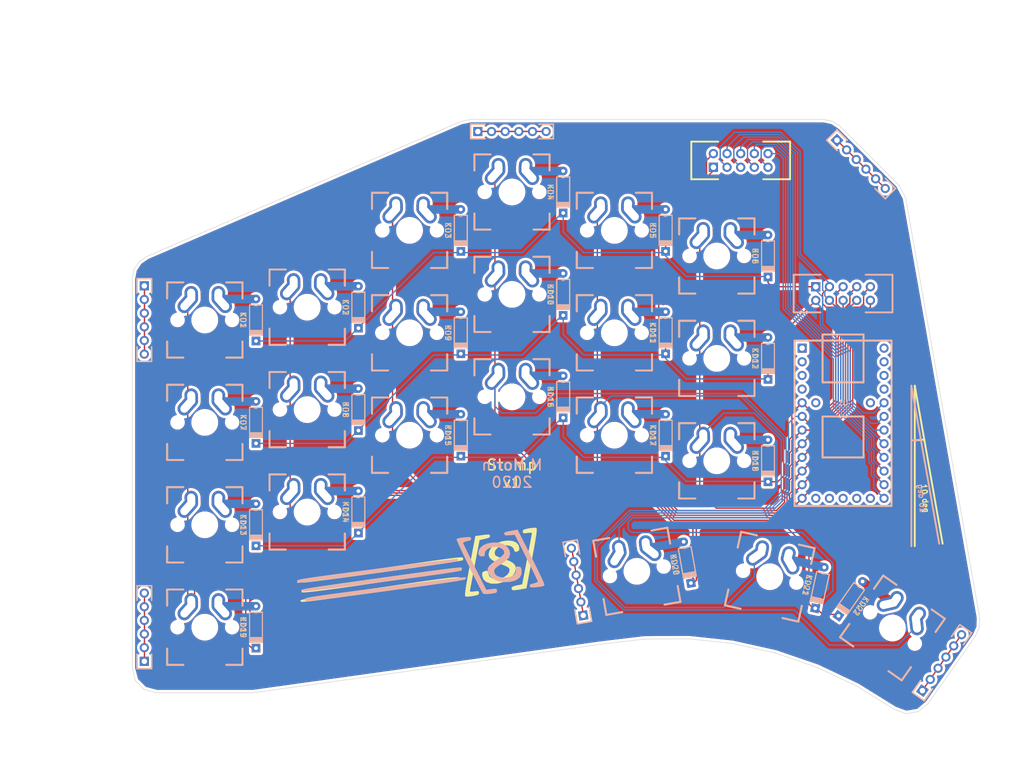
<source format=kicad_pcb>
(kicad_pcb (version 20171130) (host pcbnew "(5.1.4)-1")
  (layers (0 F.Cu signal) (31 B.Cu signal) (34 B.Paste user) (35 F.Paste user) (36 B.SilkS user) (37 F.SilkS user) (38 B.Mask user) (39 F.Mask user) (44 Edge.Cuts user))
  (net 0 "")
  (net 1 /R3)
  (net 2 /R2)
  (net 3 /R1)
  (net 4 /R0)
  (net 5 "Net-(J2-Pad1)")
  (net 6 "Net-(J3-Pad1)")
  (net 7 "Net-(J4-Pad1)")
  (net 8 "Net-(J5-Pad1)")
  (net 9 "Net-(J6-Pad1)")
  (net 10 "Net-(J7-Pad1)")
  (net 11 /C0-CB)
  (net 12 /C1-CA)
  (net 13 /C2-C9)
  (net 14 /C3-C8)
  (net 15 /C4-C7)
  (net 16 /C5-C6)
  (net 17 "Net-(J1-Pad10)")
  (net 18 "Net-(J1-Pad9)")
  (net 19 "Net-(J1-Pad8)")
  (net 20 "Net-(J1-Pad7)")
  (net 21 "Net-(J1-Pad6)")
  (net 22 "Net-(J1-Pad5)")
  (module logos:smark-rev (layer F.Cu) (at -64.77 11.43 7.9)
    (fp_text reference G*** hide)
    (fp_text value LOGO hide)
  )
  (module logos:smark (layer B.Cu) (at -64.77 11.43 187.9)
    (fp_text reference G*** hide)
    (fp_text value LOGO hide)
  )
  (module keyboard-parts:teensy2.0_dualside (layer F.Cu) (at 13.97 -16.51)
    (fp_text reference U1 hide)
    (fp_text value teensy-2.0)
    (fp_text user %R (at 0 -3.81) (layer B.SilkS) (effects (justify mirror)))
    (pad 15 thru_hole circle (at 0 13.97) (size 1.7 1.7) (drill 1) (layers *.Cu *.Mask))
    (pad 1 thru_hole rect (at -7.62 -13.97) (size 1.7 1.7) (drill 1) (layers *.Cu *.Mask))
    (pad 2 thru_hole circle (at -7.62 -11.43) (size 1.7 1.7) (drill 1) (layers *.Cu *.Mask))
    (pad 3 thru_hole circle (at -7.62 -8.89) (size 1.7 1.7) (drill 1) (layers *.Cu *.Mask))
    (pad 4 thru_hole circle (at -7.62 -6.35) (size 1.7 1.7) (drill 1) (layers *.Cu *.Mask))
    (pad 5 thru_hole circle (at -7.62 -3.81) (size 1.7 1.7) (drill 1) (layers *.Cu *.Mask) (net 2 /R2))
    (pad 6 thru_hole circle (at -7.62 -1.27) (size 1.7 1.7) (drill 1) (layers *.Cu *.Mask) (net 1 /R3))
    (pad 7 thru_hole circle (at -7.62 1.27) (size 1.7 1.7) (drill 1) (layers *.Cu *.Mask) (net 16 /C5-C6))
    (pad 8 thru_hole circle (at -7.62 3.81) (size 1.7 1.7) (drill 1) (layers *.Cu *.Mask) (net 15 /C4-C7))
    (pad 9 thru_hole circle (at -7.62 6.35) (size 1.7 1.7) (drill 1) (layers *.Cu *.Mask) (net 14 /C3-C8))
    (pad 10 thru_hole circle (at -7.62 8.89) (size 1.7 1.7) (drill 1) (layers *.Cu *.Mask) (net 13 /C2-C9))
    (pad 11 thru_hole circle (at -7.62 11.43) (size 1.7 1.7) (drill 1) (layers *.Cu *.Mask) (net 12 /C1-CA))
    (pad 12 thru_hole circle (at -7.62 13.97) (size 1.7 1.7) (drill 1) (layers *.Cu *.Mask) (net 11 /C0-CB))
    (pad 13 thru_hole circle (at -5.08 13.97) (size 1.7 1.7) (drill 1) (layers *.Cu *.Mask))
    (pad 14 thru_hole circle (at -2.54 13.97) (size 1.7 1.7) (drill 1) (layers *.Cu *.Mask))
    (pad 16 thru_hole circle (at 2.54 13.97) (size 1.7 1.7) (drill 1) (layers *.Cu *.Mask))
    (pad 17 thru_hole circle (at 5.08 13.97) (size 1.7 1.7) (drill 1) (layers *.Cu *.Mask))
    (pad 18 thru_hole circle (at 7.62 13.97) (size 1.7 1.7) (drill 1) (layers *.Cu *.Mask) (net 17 "Net-(J1-Pad10)"))
    (pad 19 thru_hole circle (at 7.62 11.43) (size 1.7 1.7) (drill 1) (layers *.Cu *.Mask) (net 18 "Net-(J1-Pad9)"))
    (pad 20 thru_hole circle (at 7.62 8.89) (size 1.7 1.7) (drill 1) (layers *.Cu *.Mask) (net 19 "Net-(J1-Pad8)"))
    (pad 21 thru_hole circle (at 7.62 6.35) (size 1.7 1.7) (drill 1) (layers *.Cu *.Mask) (net 20 "Net-(J1-Pad7)"))
    (pad 22 thru_hole circle (at 7.62 3.81) (size 1.7 1.7) (drill 1) (layers *.Cu *.Mask) (net 21 "Net-(J1-Pad6)"))
    (pad 23 thru_hole circle (at 7.62 1.27) (size 1.7 1.7) (drill 1) (layers *.Cu *.Mask) (net 22 "Net-(J1-Pad5)"))
    (pad 24 thru_hole circle (at 7.62 -1.27) (size 1.7 1.7) (drill 1) (layers *.Cu *.Mask) (net 3 /R1))
    (pad 25 thru_hole circle (at 7.62 -3.81) (size 1.7 1.7) (drill 1) (layers *.Cu *.Mask) (net 4 /R0))
    (pad 26 thru_hole circle (at 7.62 -6.35) (size 1.7 1.7) (drill 1) (layers *.Cu *.Mask))
    (pad 27 thru_hole circle (at 7.62 -8.89) (size 1.7 1.7) (drill 1) (layers *.Cu *.Mask))
    (pad 28 thru_hole circle (at 7.62 -11.43) (size 1.7 1.7) (drill 1) (layers *.Cu *.Mask))
    (pad 29 thru_hole circle (at 7.62 -13.97) (size 1.7 1.7) (drill 1) (layers *.Cu *.Mask))
    (pad 30 thru_hole circle (at -5.08 -3.81) (size 1.7 1.7) (drill 1) (layers *.Cu *.Mask))
    (pad 31 thru_hole circle (at 5.08 -3.81) (size 1.7 1.7) (drill 1) (layers *.Cu *.Mask))
  )
  (module keyboard-parts:header_1x06_2.54mm (layer F.Cu) (at -34.371466 19.241364 190)
    (fp_text reference J5 hide)
    (fp_text value Conn_01x06)
    (pad 6 thru_hole oval (at 0 12.7 190) (size 1.7 1.7) (drill 1) (layers *.Cu *.Mask) (net 8 "Net-(J5-Pad1)"))
    (pad 4 thru_hole oval (at 0 7.62 190) (size 1.7 1.7) (drill 1) (layers *.Cu *.Mask) (net 8 "Net-(J5-Pad1)"))
    (pad 3 thru_hole oval (at 0 5.08 190) (size 1.7 1.7) (drill 1) (layers *.Cu *.Mask) (net 8 "Net-(J5-Pad1)"))
    (pad 2 thru_hole oval (at 0 2.54 190) (size 1.7 1.7) (drill 1) (layers *.Cu *.Mask) (net 8 "Net-(J5-Pad1)"))
    (pad 1 thru_hole rect (at 0 0 190) (size 1.7 1.7) (drill 1) (layers *.Cu *.Mask) (net 8 "Net-(J5-Pad1)"))
    (pad 5 thru_hole oval (at 0 10.16 190) (size 1.7 1.7) (drill 1) (layers *.Cu *.Mask) (net 8 "Net-(J5-Pad1)"))
  )
  (module keyboard-parts:mxalps_w_diode_R_100U_dualside (layer F.Cu) (at -24.395045 11.034293 10)
    (fp_text reference KD20 (at 7.14375 0 -80 unlocked) (layer F.SilkS) (effects (font (size 1.016 1.016) (thickness 0.1524))))
    (fp_text value switch-w-diode)
    (fp_text user %R (at 7.14375 0 -80 unlocked) (layer B.SilkS) (effects (font (size 1.016 1.016) (thickness 0.1524)) (justify mirror)))
    (pad "" thru_hole oval (at 3.15468 -3.27025 51.9) (size 2.5 4.460001) (drill oval 1.5 3.460001) (layers *.Cu *.Mask))
    (pad 1 thru_hole oval (at -3.15468 -3.27025 328.1) (size 2.5 4.460001) (drill oval 1.5 3.460001) (layers *.Cu *.Mask) (net 14 /C3-C8))
    (pad "" thru_hole oval (at 2.51968 -4.79044 6.1) (size 2.5 3.079999) (drill oval 1.5 2.08) (layers *.Cu *.Mask))
    (pad 1 thru_hole oval (at -2.51968 -4.79044 13.9) (size 2.5 3.079999) (drill oval 1.5 2.08) (layers *.Cu *.Mask) (net 14 /C3-C8))
    (pad "" np_thru_hole circle (at 5.08 0 10) (size 1.7018 1.7018) (drill 1.7018) (layers *.Cu *.Mask))
    (pad "" np_thru_hole circle (at -5.08 0 10) (size 1.7018 1.7018) (drill 1.7018) (layers *.Cu *.Mask))
    (pad "" np_thru_hole circle (at 0 0 10) (size 3.9878 3.9878) (drill 3.9878) (layers *.Cu *.Mask))
    (pad 2 thru_hole rect (at 9.525 3.9 100) (size 1.6 1.6) (drill 0.7) (layers *.Cu *.Mask) (net 1 /R3))
    (pad "" thru_hole circle (at 9.525 -3.9 100) (size 1.6 1.6) (drill 0.7) (layers *.Cu *.Mask))
    (pad "" connect oval (at 9.525 -3.9 10) (size 8.6 1.6) (drill (offset -3.5 0)) (layers B.Cu))
  )
  (module keyboard-parts:mxalps_w_diode_R_125U_dualside (layer F.Cu) (at 0.324859 12.038352 347.5)
    (fp_text reference KD21 (at 7.14375 -0.000001 257.5 unlocked) (layer F.SilkS) (effects (font (size 1.016 1.016) (thickness 0.1524))))
    (fp_text value switch-w-diode)
    (fp_text user %R (at 7.14375 -0.000001 257.5 unlocked) (layer B.SilkS) (effects (font (size 1.016 1.016) (thickness 0.1524)) (justify mirror)))
    (pad 1 thru_hole oval (at -2.51968 -4.79044 351.4) (size 2.5 3.079999) (drill oval 1.5 2.08) (layers *.Cu *.Mask) (net 15 /C4-C7))
    (pad "" thru_hole oval (at 2.51968 -4.79044 343.6) (size 2.5 3.079999) (drill oval 1.5 2.08) (layers *.Cu *.Mask))
    (pad "" thru_hole oval (at 3.15468 -3.27025 29.4) (size 2.5 4.460001) (drill oval 1.5 3.460001) (layers *.Cu *.Mask))
    (pad 1 thru_hole oval (at -3.15468 -3.27025 305.6) (size 2.5 4.460001) (drill oval 1.5 3.460001) (layers *.Cu *.Mask) (net 15 /C4-C7))
    (pad "" np_thru_hole circle (at 5.08 0 347.5) (size 1.7018 1.7018) (drill 1.7018) (layers *.Cu *.Mask))
    (pad "" np_thru_hole circle (at -5.08 0 347.5) (size 1.7018 1.7018) (drill 1.7018) (layers *.Cu *.Mask))
    (pad "" np_thru_hole circle (at 0 0 347.5) (size 3.9878 3.9878) (drill 3.9878) (layers *.Cu *.Mask))
    (pad 2 thru_hole rect (at 9.525 3.9 77.5) (size 1.6 1.6) (drill 0.7) (layers *.Cu *.Mask) (net 1 /R3))
    (pad "" thru_hole circle (at 9.525 -3.9 77.5) (size 1.6 1.6) (drill 0.7) (layers *.Cu *.Mask))
    (pad "" connect oval (at 9.525 -3.9 347.5) (size 8.6 1.6) (drill (offset -3.5 0)) (layers B.Cu))
  )
  (module keyboard-parts:mxalps_w_diode_R_100U_dualside (layer F.Cu) (at -104.775 -35.71875)
    (fp_text reference KD1 (at 7.14375 0 -90 unlocked) (layer F.SilkS) (effects (font (size 1.016 1.016) (thickness 0.1524))))
    (fp_text value switch-w-diode)
    (fp_text user %R (at 7.14375 0 -90 unlocked) (layer B.SilkS) (effects (font (size 1.016 1.016) (thickness 0.1524)) (justify mirror)))
    (pad "" thru_hole oval (at 3.15468 -3.27025 41.9) (size 2.5 4.460001) (drill oval 1.5 3.460001) (layers *.Cu *.Mask))
    (pad 1 thru_hole oval (at -3.15468 -3.27025 318.1) (size 2.5 4.460001) (drill oval 1.5 3.460001) (layers *.Cu *.Mask) (net 11 /C0-CB))
    (pad "" thru_hole oval (at 2.51968 -4.79044 356.1) (size 2.5 3.079999) (drill oval 1.5 2.08) (layers *.Cu *.Mask))
    (pad 1 thru_hole oval (at -2.51968 -4.79044 3.9) (size 2.5 3.079999) (drill oval 1.5 2.08) (layers *.Cu *.Mask) (net 11 /C0-CB))
    (pad "" np_thru_hole circle (at 5.08 0) (size 1.7018 1.7018) (drill 1.7018) (layers *.Cu *.Mask))
    (pad "" np_thru_hole circle (at -5.08 0) (size 1.7018 1.7018) (drill 1.7018) (layers *.Cu *.Mask))
    (pad "" np_thru_hole circle (at 0 0) (size 3.9878 3.9878) (drill 3.9878) (layers *.Cu *.Mask))
    (pad 2 thru_hole rect (at 9.525 3.9 90) (size 1.6 1.6) (drill 0.7) (layers *.Cu *.Mask) (net 4 /R0))
    (pad "" thru_hole circle (at 9.525 -3.9 90) (size 1.6 1.6) (drill 0.7) (layers *.Cu *.Mask))
    (pad "" connect oval (at 9.525 -3.9) (size 8.6 1.6) (drill (offset -3.5 0)) (layers B.Cu))
  )
  (module keyboard-parts:mxalps_w_diode_R_100U_dualside (layer F.Cu) (at -85.725 -38.1)
    (fp_text reference KD2 (at 7.14375 0 -90 unlocked) (layer F.SilkS) (effects (font (size 1.016 1.016) (thickness 0.1524))))
    (fp_text value switch-w-diode)
    (fp_text user %R (at 7.14375 0 -90 unlocked) (layer B.SilkS) (effects (font (size 1.016 1.016) (thickness 0.1524)) (justify mirror)))
    (pad "" thru_hole oval (at 3.15468 -3.27025 41.9) (size 2.5 4.460001) (drill oval 1.5 3.460001) (layers *.Cu *.Mask))
    (pad 1 thru_hole oval (at -3.15468 -3.27025 318.1) (size 2.5 4.460001) (drill oval 1.5 3.460001) (layers *.Cu *.Mask) (net 12 /C1-CA))
    (pad "" thru_hole oval (at 2.51968 -4.79044 356.1) (size 2.5 3.079999) (drill oval 1.5 2.08) (layers *.Cu *.Mask))
    (pad 1 thru_hole oval (at -2.51968 -4.79044 3.9) (size 2.5 3.079999) (drill oval 1.5 2.08) (layers *.Cu *.Mask) (net 12 /C1-CA))
    (pad "" np_thru_hole circle (at 5.08 0) (size 1.7018 1.7018) (drill 1.7018) (layers *.Cu *.Mask))
    (pad "" np_thru_hole circle (at -5.08 0) (size 1.7018 1.7018) (drill 1.7018) (layers *.Cu *.Mask))
    (pad "" np_thru_hole circle (at 0 0) (size 3.9878 3.9878) (drill 3.9878) (layers *.Cu *.Mask))
    (pad 2 thru_hole rect (at 9.525 3.9 90) (size 1.6 1.6) (drill 0.7) (layers *.Cu *.Mask) (net 4 /R0))
    (pad "" thru_hole circle (at 9.525 -3.9 90) (size 1.6 1.6) (drill 0.7) (layers *.Cu *.Mask))
    (pad "" connect oval (at 9.525 -3.9) (size 8.6 1.6) (drill (offset -3.5 0)) (layers B.Cu))
  )
  (module keyboard-parts:mxalps_w_diode_R_100U_dualside (layer F.Cu) (at -66.675 -52.387501)
    (fp_text reference KD3 (at 7.14375 0 -90 unlocked) (layer F.SilkS) (effects (font (size 1.016 1.016) (thickness 0.1524))))
    (fp_text value switch-w-diode)
    (fp_text user %R (at 7.14375 0 -90 unlocked) (layer B.SilkS) (effects (font (size 1.016 1.016) (thickness 0.1524)) (justify mirror)))
    (pad "" thru_hole oval (at 3.15468 -3.27025 41.9) (size 2.5 4.460001) (drill oval 1.5 3.460001) (layers *.Cu *.Mask))
    (pad 1 thru_hole oval (at -3.15468 -3.27025 318.1) (size 2.5 4.460001) (drill oval 1.5 3.460001) (layers *.Cu *.Mask) (net 13 /C2-C9))
    (pad "" thru_hole oval (at 2.51968 -4.79044 356.1) (size 2.5 3.079999) (drill oval 1.5 2.08) (layers *.Cu *.Mask))
    (pad 1 thru_hole oval (at -2.51968 -4.79044 3.9) (size 2.5 3.079999) (drill oval 1.5 2.08) (layers *.Cu *.Mask) (net 13 /C2-C9))
    (pad "" np_thru_hole circle (at 5.08 0) (size 1.7018 1.7018) (drill 1.7018) (layers *.Cu *.Mask))
    (pad "" np_thru_hole circle (at -5.08 0) (size 1.7018 1.7018) (drill 1.7018) (layers *.Cu *.Mask))
    (pad "" np_thru_hole circle (at 0 0) (size 3.9878 3.9878) (drill 3.9878) (layers *.Cu *.Mask))
    (pad 2 thru_hole rect (at 9.525 3.9 90) (size 1.6 1.6) (drill 0.7) (layers *.Cu *.Mask) (net 4 /R0))
    (pad "" thru_hole circle (at 9.525 -3.9 90) (size 1.6 1.6) (drill 0.7) (layers *.Cu *.Mask))
    (pad "" connect oval (at 9.525 -3.9) (size 8.6 1.6) (drill (offset -3.5 0)) (layers B.Cu))
  )
  (module keyboard-parts:mxalps_w_diode_R_100U_dualside (layer F.Cu) (at -47.625 -59.53125)
    (fp_text reference KD4 (at 7.14375 0 -90 unlocked) (layer F.SilkS) (effects (font (size 1.016 1.016) (thickness 0.1524))))
    (fp_text value switch-w-diode)
    (fp_text user %R (at 7.14375 0 -90 unlocked) (layer B.SilkS) (effects (font (size 1.016 1.016) (thickness 0.1524)) (justify mirror)))
    (pad "" thru_hole oval (at 3.15468 -3.27025 41.9) (size 2.5 4.460001) (drill oval 1.5 3.460001) (layers *.Cu *.Mask))
    (pad 1 thru_hole oval (at -3.15468 -3.27025 318.1) (size 2.5 4.460001) (drill oval 1.5 3.460001) (layers *.Cu *.Mask) (net 14 /C3-C8))
    (pad "" thru_hole oval (at 2.51968 -4.79044 356.1) (size 2.5 3.079999) (drill oval 1.5 2.08) (layers *.Cu *.Mask))
    (pad 1 thru_hole oval (at -2.51968 -4.79044 3.9) (size 2.5 3.079999) (drill oval 1.5 2.08) (layers *.Cu *.Mask) (net 14 /C3-C8))
    (pad "" np_thru_hole circle (at 5.08 0) (size 1.7018 1.7018) (drill 1.7018) (layers *.Cu *.Mask))
    (pad "" np_thru_hole circle (at -5.08 0) (size 1.7018 1.7018) (drill 1.7018) (layers *.Cu *.Mask))
    (pad "" np_thru_hole circle (at 0 0) (size 3.9878 3.9878) (drill 3.9878) (layers *.Cu *.Mask))
    (pad 2 thru_hole rect (at 9.525 3.9 90) (size 1.6 1.6) (drill 0.7) (layers *.Cu *.Mask) (net 4 /R0))
    (pad "" thru_hole circle (at 9.525 -3.9 90) (size 1.6 1.6) (drill 0.7) (layers *.Cu *.Mask))
    (pad "" connect oval (at 9.525 -3.9) (size 8.6 1.6) (drill (offset -3.5 0)) (layers B.Cu))
  )
  (module keyboard-parts:mxalps_w_diode_R_100U_dualside (layer F.Cu) (at -28.575 -52.3875)
    (fp_text reference KD5 (at 7.14375 0 -90 unlocked) (layer F.SilkS) (effects (font (size 1.016 1.016) (thickness 0.1524))))
    (fp_text value switch-w-diode)
    (fp_text user %R (at 7.14375 0 -90 unlocked) (layer B.SilkS) (effects (font (size 1.016 1.016) (thickness 0.1524)) (justify mirror)))
    (pad "" thru_hole oval (at 3.15468 -3.27025 41.9) (size 2.5 4.460001) (drill oval 1.5 3.460001) (layers *.Cu *.Mask))
    (pad 1 thru_hole oval (at -3.15468 -3.27025 318.1) (size 2.5 4.460001) (drill oval 1.5 3.460001) (layers *.Cu *.Mask) (net 15 /C4-C7))
    (pad "" thru_hole oval (at 2.51968 -4.79044 356.1) (size 2.5 3.079999) (drill oval 1.5 2.08) (layers *.Cu *.Mask))
    (pad 1 thru_hole oval (at -2.51968 -4.79044 3.9) (size 2.5 3.079999) (drill oval 1.5 2.08) (layers *.Cu *.Mask) (net 15 /C4-C7))
    (pad "" np_thru_hole circle (at 5.08 0) (size 1.7018 1.7018) (drill 1.7018) (layers *.Cu *.Mask))
    (pad "" np_thru_hole circle (at -5.08 0) (size 1.7018 1.7018) (drill 1.7018) (layers *.Cu *.Mask))
    (pad "" np_thru_hole circle (at 0 0) (size 3.9878 3.9878) (drill 3.9878) (layers *.Cu *.Mask))
    (pad 2 thru_hole rect (at 9.525 3.9 90) (size 1.6 1.6) (drill 0.7) (layers *.Cu *.Mask) (net 4 /R0))
    (pad "" thru_hole circle (at 9.525 -3.9 90) (size 1.6 1.6) (drill 0.7) (layers *.Cu *.Mask))
    (pad "" connect oval (at 9.525 -3.9) (size 8.6 1.6) (drill (offset -3.5 0)) (layers B.Cu))
  )
  (module keyboard-parts:mxalps_w_diode_R_100U_dualside (layer F.Cu) (at -9.525 -47.625)
    (fp_text reference KD6 (at 7.14375 0 -90 unlocked) (layer F.SilkS) (effects (font (size 1.016 1.016) (thickness 0.1524))))
    (fp_text value switch-w-diode)
    (fp_text user %R (at 7.14375 0 -90 unlocked) (layer B.SilkS) (effects (font (size 1.016 1.016) (thickness 0.1524)) (justify mirror)))
    (pad "" thru_hole oval (at 3.15468 -3.27025 41.9) (size 2.5 4.460001) (drill oval 1.5 3.460001) (layers *.Cu *.Mask))
    (pad 1 thru_hole oval (at -3.15468 -3.27025 318.1) (size 2.5 4.460001) (drill oval 1.5 3.460001) (layers *.Cu *.Mask) (net 16 /C5-C6))
    (pad "" thru_hole oval (at 2.51968 -4.79044 356.1) (size 2.5 3.079999) (drill oval 1.5 2.08) (layers *.Cu *.Mask))
    (pad 1 thru_hole oval (at -2.51968 -4.79044 3.9) (size 2.5 3.079999) (drill oval 1.5 2.08) (layers *.Cu *.Mask) (net 16 /C5-C6))
    (pad "" np_thru_hole circle (at 5.08 0) (size 1.7018 1.7018) (drill 1.7018) (layers *.Cu *.Mask))
    (pad "" np_thru_hole circle (at -5.08 0) (size 1.7018 1.7018) (drill 1.7018) (layers *.Cu *.Mask))
    (pad "" np_thru_hole circle (at 0 0) (size 3.9878 3.9878) (drill 3.9878) (layers *.Cu *.Mask))
    (pad 2 thru_hole rect (at 9.525 3.9 90) (size 1.6 1.6) (drill 0.7) (layers *.Cu *.Mask) (net 4 /R0))
    (pad "" thru_hole circle (at 9.525 -3.9 90) (size 1.6 1.6) (drill 0.7) (layers *.Cu *.Mask))
    (pad "" connect oval (at 9.525 -3.9) (size 8.6 1.6) (drill (offset -3.5 0)) (layers B.Cu))
  )
  (module keyboard-parts:mxalps_w_diode_R_100U_dualside (layer F.Cu) (at -104.775 -16.66875)
    (fp_text reference KD7 (at 7.14375 0 -90 unlocked) (layer F.SilkS) (effects (font (size 1.016 1.016) (thickness 0.1524))))
    (fp_text value switch-w-diode)
    (fp_text user %R (at 7.14375 0 -90 unlocked) (layer B.SilkS) (effects (font (size 1.016 1.016) (thickness 0.1524)) (justify mirror)))
    (pad "" thru_hole oval (at 3.15468 -3.27025 41.9) (size 2.5 4.460001) (drill oval 1.5 3.460001) (layers *.Cu *.Mask))
    (pad 1 thru_hole oval (at -3.15468 -3.27025 318.1) (size 2.5 4.460001) (drill oval 1.5 3.460001) (layers *.Cu *.Mask) (net 11 /C0-CB))
    (pad "" thru_hole oval (at 2.51968 -4.79044 356.1) (size 2.5 3.079999) (drill oval 1.5 2.08) (layers *.Cu *.Mask))
    (pad 1 thru_hole oval (at -2.51968 -4.79044 3.9) (size 2.5 3.079999) (drill oval 1.5 2.08) (layers *.Cu *.Mask) (net 11 /C0-CB))
    (pad "" np_thru_hole circle (at 5.08 0) (size 1.7018 1.7018) (drill 1.7018) (layers *.Cu *.Mask))
    (pad "" np_thru_hole circle (at -5.08 0) (size 1.7018 1.7018) (drill 1.7018) (layers *.Cu *.Mask))
    (pad "" np_thru_hole circle (at 0 0) (size 3.9878 3.9878) (drill 3.9878) (layers *.Cu *.Mask))
    (pad 2 thru_hole rect (at 9.525 3.9 90) (size 1.6 1.6) (drill 0.7) (layers *.Cu *.Mask) (net 3 /R1))
    (pad "" thru_hole circle (at 9.525 -3.9 90) (size 1.6 1.6) (drill 0.7) (layers *.Cu *.Mask))
    (pad "" connect oval (at 9.525 -3.9) (size 8.6 1.6) (drill (offset -3.5 0)) (layers B.Cu))
  )
  (module keyboard-parts:mxalps_w_diode_R_100U_dualside (layer F.Cu) (at -85.725 -19.05)
    (fp_text reference KD8 (at 7.14375 0 -90 unlocked) (layer F.SilkS) (effects (font (size 1.016 1.016) (thickness 0.1524))))
    (fp_text value switch-w-diode)
    (fp_text user %R (at 7.14375 0 -90 unlocked) (layer B.SilkS) (effects (font (size 1.016 1.016) (thickness 0.1524)) (justify mirror)))
    (pad "" thru_hole oval (at 3.15468 -3.27025 41.9) (size 2.5 4.460001) (drill oval 1.5 3.460001) (layers *.Cu *.Mask))
    (pad 1 thru_hole oval (at -3.15468 -3.27025 318.1) (size 2.5 4.460001) (drill oval 1.5 3.460001) (layers *.Cu *.Mask) (net 12 /C1-CA))
    (pad "" thru_hole oval (at 2.51968 -4.79044 356.1) (size 2.5 3.079999) (drill oval 1.5 2.08) (layers *.Cu *.Mask))
    (pad 1 thru_hole oval (at -2.51968 -4.79044 3.9) (size 2.5 3.079999) (drill oval 1.5 2.08) (layers *.Cu *.Mask) (net 12 /C1-CA))
    (pad "" np_thru_hole circle (at 5.08 0) (size 1.7018 1.7018) (drill 1.7018) (layers *.Cu *.Mask))
    (pad "" np_thru_hole circle (at -5.08 0) (size 1.7018 1.7018) (drill 1.7018) (layers *.Cu *.Mask))
    (pad "" np_thru_hole circle (at 0 0) (size 3.9878 3.9878) (drill 3.9878) (layers *.Cu *.Mask))
    (pad 2 thru_hole rect (at 9.525 3.9 90) (size 1.6 1.6) (drill 0.7) (layers *.Cu *.Mask) (net 3 /R1))
    (pad "" thru_hole circle (at 9.525 -3.9 90) (size 1.6 1.6) (drill 0.7) (layers *.Cu *.Mask))
    (pad "" connect oval (at 9.525 -3.9) (size 8.6 1.6) (drill (offset -3.5 0)) (layers B.Cu))
  )
  (module keyboard-parts:mxalps_w_diode_R_100U_dualside (layer F.Cu) (at -66.675 -33.337499)
    (fp_text reference KD9 (at 7.14375 0 -90 unlocked) (layer F.SilkS) (effects (font (size 1.016 1.016) (thickness 0.1524))))
    (fp_text value switch-w-diode)
    (fp_text user %R (at 7.14375 0 -90 unlocked) (layer B.SilkS) (effects (font (size 1.016 1.016) (thickness 0.1524)) (justify mirror)))
    (pad "" thru_hole oval (at 3.15468 -3.27025 41.9) (size 2.5 4.460001) (drill oval 1.5 3.460001) (layers *.Cu *.Mask))
    (pad 1 thru_hole oval (at -3.15468 -3.27025 318.1) (size 2.5 4.460001) (drill oval 1.5 3.460001) (layers *.Cu *.Mask) (net 13 /C2-C9))
    (pad "" thru_hole oval (at 2.51968 -4.79044 356.1) (size 2.5 3.079999) (drill oval 1.5 2.08) (layers *.Cu *.Mask))
    (pad 1 thru_hole oval (at -2.51968 -4.79044 3.9) (size 2.5 3.079999) (drill oval 1.5 2.08) (layers *.Cu *.Mask) (net 13 /C2-C9))
    (pad "" np_thru_hole circle (at 5.08 0) (size 1.7018 1.7018) (drill 1.7018) (layers *.Cu *.Mask))
    (pad "" np_thru_hole circle (at -5.08 0) (size 1.7018 1.7018) (drill 1.7018) (layers *.Cu *.Mask))
    (pad "" np_thru_hole circle (at 0 0) (size 3.9878 3.9878) (drill 3.9878) (layers *.Cu *.Mask))
    (pad 2 thru_hole rect (at 9.525 3.9 90) (size 1.6 1.6) (drill 0.7) (layers *.Cu *.Mask) (net 3 /R1))
    (pad "" thru_hole circle (at 9.525 -3.9 90) (size 1.6 1.6) (drill 0.7) (layers *.Cu *.Mask))
    (pad "" connect oval (at 9.525 -3.9) (size 8.6 1.6) (drill (offset -3.5 0)) (layers B.Cu))
  )
  (module keyboard-parts:mxalps_w_diode_R_100U_dualside (layer F.Cu) (at -47.624999 -40.48125)
    (fp_text reference KD10 (at 7.14375 0 -90 unlocked) (layer F.SilkS) (effects (font (size 1.016 1.016) (thickness 0.1524))))
    (fp_text value switch-w-diode)
    (fp_text user %R (at 7.14375 0 -90 unlocked) (layer B.SilkS) (effects (font (size 1.016 1.016) (thickness 0.1524)) (justify mirror)))
    (pad "" thru_hole oval (at 3.15468 -3.27025 41.9) (size 2.5 4.460001) (drill oval 1.5 3.460001) (layers *.Cu *.Mask))
    (pad 1 thru_hole oval (at -3.15468 -3.27025 318.1) (size 2.5 4.460001) (drill oval 1.5 3.460001) (layers *.Cu *.Mask) (net 14 /C3-C8))
    (pad "" thru_hole oval (at 2.51968 -4.79044 356.1) (size 2.5 3.079999) (drill oval 1.5 2.08) (layers *.Cu *.Mask))
    (pad 1 thru_hole oval (at -2.51968 -4.79044 3.9) (size 2.5 3.079999) (drill oval 1.5 2.08) (layers *.Cu *.Mask) (net 14 /C3-C8))
    (pad "" np_thru_hole circle (at 5.08 0) (size 1.7018 1.7018) (drill 1.7018) (layers *.Cu *.Mask))
    (pad "" np_thru_hole circle (at -5.08 0) (size 1.7018 1.7018) (drill 1.7018) (layers *.Cu *.Mask))
    (pad "" np_thru_hole circle (at 0 0) (size 3.9878 3.9878) (drill 3.9878) (layers *.Cu *.Mask))
    (pad 2 thru_hole rect (at 9.525 3.9 90) (size 1.6 1.6) (drill 0.7) (layers *.Cu *.Mask) (net 3 /R1))
    (pad "" thru_hole circle (at 9.525 -3.9 90) (size 1.6 1.6) (drill 0.7) (layers *.Cu *.Mask))
    (pad "" connect oval (at 9.525 -3.9) (size 8.6 1.6) (drill (offset -3.5 0)) (layers B.Cu))
  )
  (module keyboard-parts:mxalps_w_diode_R_100U_dualside (layer F.Cu) (at -28.575 -33.3375)
    (fp_text reference KD11 (at 7.14375 0 -90 unlocked) (layer F.SilkS) (effects (font (size 1.016 1.016) (thickness 0.1524))))
    (fp_text value switch-w-diode)
    (fp_text user %R (at 7.14375 0 -90 unlocked) (layer B.SilkS) (effects (font (size 1.016 1.016) (thickness 0.1524)) (justify mirror)))
    (pad "" thru_hole oval (at 3.15468 -3.27025 41.9) (size 2.5 4.460001) (drill oval 1.5 3.460001) (layers *.Cu *.Mask))
    (pad 1 thru_hole oval (at -3.15468 -3.27025 318.1) (size 2.5 4.460001) (drill oval 1.5 3.460001) (layers *.Cu *.Mask) (net 15 /C4-C7))
    (pad "" thru_hole oval (at 2.51968 -4.79044 356.1) (size 2.5 3.079999) (drill oval 1.5 2.08) (layers *.Cu *.Mask))
    (pad 1 thru_hole oval (at -2.51968 -4.79044 3.9) (size 2.5 3.079999) (drill oval 1.5 2.08) (layers *.Cu *.Mask) (net 15 /C4-C7))
    (pad "" np_thru_hole circle (at 5.08 0) (size 1.7018 1.7018) (drill 1.7018) (layers *.Cu *.Mask))
    (pad "" np_thru_hole circle (at -5.08 0) (size 1.7018 1.7018) (drill 1.7018) (layers *.Cu *.Mask))
    (pad "" np_thru_hole circle (at 0 0) (size 3.9878 3.9878) (drill 3.9878) (layers *.Cu *.Mask))
    (pad 2 thru_hole rect (at 9.525 3.9 90) (size 1.6 1.6) (drill 0.7) (layers *.Cu *.Mask) (net 3 /R1))
    (pad "" thru_hole circle (at 9.525 -3.9 90) (size 1.6 1.6) (drill 0.7) (layers *.Cu *.Mask))
    (pad "" connect oval (at 9.525 -3.9) (size 8.6 1.6) (drill (offset -3.5 0)) (layers B.Cu))
  )
  (module keyboard-parts:mxalps_w_diode_R_100U_dualside (layer F.Cu) (at -9.525 -28.575)
    (fp_text reference KD12 (at 7.14375 0 -90 unlocked) (layer F.SilkS) (effects (font (size 1.016 1.016) (thickness 0.1524))))
    (fp_text value switch-w-diode)
    (fp_text user %R (at 7.14375 0 -90 unlocked) (layer B.SilkS) (effects (font (size 1.016 1.016) (thickness 0.1524)) (justify mirror)))
    (pad "" thru_hole oval (at 3.15468 -3.27025 41.9) (size 2.5 4.460001) (drill oval 1.5 3.460001) (layers *.Cu *.Mask))
    (pad 1 thru_hole oval (at -3.15468 -3.27025 318.1) (size 2.5 4.460001) (drill oval 1.5 3.460001) (layers *.Cu *.Mask) (net 16 /C5-C6))
    (pad "" thru_hole oval (at 2.51968 -4.79044 356.1) (size 2.5 3.079999) (drill oval 1.5 2.08) (layers *.Cu *.Mask))
    (pad 1 thru_hole oval (at -2.51968 -4.79044 3.9) (size 2.5 3.079999) (drill oval 1.5 2.08) (layers *.Cu *.Mask) (net 16 /C5-C6))
    (pad "" np_thru_hole circle (at 5.08 0) (size 1.7018 1.7018) (drill 1.7018) (layers *.Cu *.Mask))
    (pad "" np_thru_hole circle (at -5.08 0) (size 1.7018 1.7018) (drill 1.7018) (layers *.Cu *.Mask))
    (pad "" np_thru_hole circle (at 0 0) (size 3.9878 3.9878) (drill 3.9878) (layers *.Cu *.Mask))
    (pad 2 thru_hole rect (at 9.525 3.9 90) (size 1.6 1.6) (drill 0.7) (layers *.Cu *.Mask) (net 3 /R1))
    (pad "" thru_hole circle (at 9.525 -3.9 90) (size 1.6 1.6) (drill 0.7) (layers *.Cu *.Mask))
    (pad "" connect oval (at 9.525 -3.9) (size 8.6 1.6) (drill (offset -3.5 0)) (layers B.Cu))
  )
  (module keyboard-parts:mxalps_w_diode_R_100U_dualside (layer F.Cu) (at -104.775 2.381249)
    (fp_text reference KD13 (at 7.14375 0 -90 unlocked) (layer F.SilkS) (effects (font (size 1.016 1.016) (thickness 0.1524))))
    (fp_text value switch-w-diode)
    (fp_text user %R (at 7.14375 0 -90 unlocked) (layer B.SilkS) (effects (font (size 1.016 1.016) (thickness 0.1524)) (justify mirror)))
    (pad "" thru_hole oval (at 3.15468 -3.27025 41.9) (size 2.5 4.460001) (drill oval 1.5 3.460001) (layers *.Cu *.Mask))
    (pad 1 thru_hole oval (at -3.15468 -3.27025 318.1) (size 2.5 4.460001) (drill oval 1.5 3.460001) (layers *.Cu *.Mask) (net 11 /C0-CB))
    (pad "" thru_hole oval (at 2.51968 -4.79044 356.1) (size 2.5 3.079999) (drill oval 1.5 2.08) (layers *.Cu *.Mask))
    (pad 1 thru_hole oval (at -2.51968 -4.79044 3.9) (size 2.5 3.079999) (drill oval 1.5 2.08) (layers *.Cu *.Mask) (net 11 /C0-CB))
    (pad "" np_thru_hole circle (at 5.08 0) (size 1.7018 1.7018) (drill 1.7018) (layers *.Cu *.Mask))
    (pad "" np_thru_hole circle (at -5.08 0) (size 1.7018 1.7018) (drill 1.7018) (layers *.Cu *.Mask))
    (pad "" np_thru_hole circle (at 0 0) (size 3.9878 3.9878) (drill 3.9878) (layers *.Cu *.Mask))
    (pad 2 thru_hole rect (at 9.525 3.9 90) (size 1.6 1.6) (drill 0.7) (layers *.Cu *.Mask) (net 2 /R2))
    (pad "" thru_hole circle (at 9.525 -3.9 90) (size 1.6 1.6) (drill 0.7) (layers *.Cu *.Mask))
    (pad "" connect oval (at 9.525 -3.9) (size 8.6 1.6) (drill (offset -3.5 0)) (layers B.Cu))
  )
  (module keyboard-parts:mxalps_w_diode_R_100U_dualside (layer F.Cu) (at -85.725 0)
    (fp_text reference KD14 (at 7.14375 0 -90 unlocked) (layer F.SilkS) (effects (font (size 1.016 1.016) (thickness 0.1524))))
    (fp_text value switch-w-diode)
    (fp_text user %R (at 7.14375 0 -90 unlocked) (layer B.SilkS) (effects (font (size 1.016 1.016) (thickness 0.1524)) (justify mirror)))
    (pad "" thru_hole oval (at 3.15468 -3.27025 41.9) (size 2.5 4.460001) (drill oval 1.5 3.460001) (layers *.Cu *.Mask))
    (pad 1 thru_hole oval (at -3.15468 -3.27025 318.1) (size 2.5 4.460001) (drill oval 1.5 3.460001) (layers *.Cu *.Mask) (net 12 /C1-CA))
    (pad "" thru_hole oval (at 2.51968 -4.79044 356.1) (size 2.5 3.079999) (drill oval 1.5 2.08) (layers *.Cu *.Mask))
    (pad 1 thru_hole oval (at -2.51968 -4.79044 3.9) (size 2.5 3.079999) (drill oval 1.5 2.08) (layers *.Cu *.Mask) (net 12 /C1-CA))
    (pad "" np_thru_hole circle (at 5.08 0) (size 1.7018 1.7018) (drill 1.7018) (layers *.Cu *.Mask))
    (pad "" np_thru_hole circle (at -5.08 0) (size 1.7018 1.7018) (drill 1.7018) (layers *.Cu *.Mask))
    (pad "" np_thru_hole circle (at 0 0) (size 3.9878 3.9878) (drill 3.9878) (layers *.Cu *.Mask))
    (pad 2 thru_hole rect (at 9.525 3.9 90) (size 1.6 1.6) (drill 0.7) (layers *.Cu *.Mask) (net 2 /R2))
    (pad "" thru_hole circle (at 9.525 -3.9 90) (size 1.6 1.6) (drill 0.7) (layers *.Cu *.Mask))
    (pad "" connect oval (at 9.525 -3.9) (size 8.6 1.6) (drill (offset -3.5 0)) (layers B.Cu))
  )
  (module keyboard-parts:mxalps_w_diode_R_100U_dualside (layer F.Cu) (at -66.675 -14.2875)
    (fp_text reference KD15 (at 7.14375 0 -90 unlocked) (layer F.SilkS) (effects (font (size 1.016 1.016) (thickness 0.1524))))
    (fp_text value switch-w-diode)
    (fp_text user %R (at 7.14375 0 -90 unlocked) (layer B.SilkS) (effects (font (size 1.016 1.016) (thickness 0.1524)) (justify mirror)))
    (pad "" thru_hole oval (at 3.15468 -3.27025 41.9) (size 2.5 4.460001) (drill oval 1.5 3.460001) (layers *.Cu *.Mask))
    (pad 1 thru_hole oval (at -3.15468 -3.27025 318.1) (size 2.5 4.460001) (drill oval 1.5 3.460001) (layers *.Cu *.Mask) (net 13 /C2-C9))
    (pad "" thru_hole oval (at 2.51968 -4.79044 356.1) (size 2.5 3.079999) (drill oval 1.5 2.08) (layers *.Cu *.Mask))
    (pad 1 thru_hole oval (at -2.51968 -4.79044 3.9) (size 2.5 3.079999) (drill oval 1.5 2.08) (layers *.Cu *.Mask) (net 13 /C2-C9))
    (pad "" np_thru_hole circle (at 5.08 0) (size 1.7018 1.7018) (drill 1.7018) (layers *.Cu *.Mask))
    (pad "" np_thru_hole circle (at -5.08 0) (size 1.7018 1.7018) (drill 1.7018) (layers *.Cu *.Mask))
    (pad "" np_thru_hole circle (at 0 0) (size 3.9878 3.9878) (drill 3.9878) (layers *.Cu *.Mask))
    (pad 2 thru_hole rect (at 9.525 3.9 90) (size 1.6 1.6) (drill 0.7) (layers *.Cu *.Mask) (net 2 /R2))
    (pad "" thru_hole circle (at 9.525 -3.9 90) (size 1.6 1.6) (drill 0.7) (layers *.Cu *.Mask))
    (pad "" connect oval (at 9.525 -3.9) (size 8.6 1.6) (drill (offset -3.5 0)) (layers B.Cu))
  )
  (module keyboard-parts:mxalps_w_diode_R_100U_dualside (layer F.Cu) (at -47.625 -21.43125)
    (fp_text reference KD16 (at 7.14375 0 -90 unlocked) (layer F.SilkS) (effects (font (size 1.016 1.016) (thickness 0.1524))))
    (fp_text value switch-w-diode)
    (fp_text user %R (at 7.14375 0 -90 unlocked) (layer B.SilkS) (effects (font (size 1.016 1.016) (thickness 0.1524)) (justify mirror)))
    (pad "" thru_hole oval (at 3.15468 -3.27025 41.9) (size 2.5 4.460001) (drill oval 1.5 3.460001) (layers *.Cu *.Mask))
    (pad 1 thru_hole oval (at -3.15468 -3.27025 318.1) (size 2.5 4.460001) (drill oval 1.5 3.460001) (layers *.Cu *.Mask) (net 14 /C3-C8))
    (pad "" thru_hole oval (at 2.51968 -4.79044 356.1) (size 2.5 3.079999) (drill oval 1.5 2.08) (layers *.Cu *.Mask))
    (pad 1 thru_hole oval (at -2.51968 -4.79044 3.9) (size 2.5 3.079999) (drill oval 1.5 2.08) (layers *.Cu *.Mask) (net 14 /C3-C8))
    (pad "" np_thru_hole circle (at 5.08 0) (size 1.7018 1.7018) (drill 1.7018) (layers *.Cu *.Mask))
    (pad "" np_thru_hole circle (at -5.08 0) (size 1.7018 1.7018) (drill 1.7018) (layers *.Cu *.Mask))
    (pad "" np_thru_hole circle (at 0 0) (size 3.9878 3.9878) (drill 3.9878) (layers *.Cu *.Mask))
    (pad 2 thru_hole rect (at 9.525 3.9 90) (size 1.6 1.6) (drill 0.7) (layers *.Cu *.Mask) (net 2 /R2))
    (pad "" thru_hole circle (at 9.525 -3.9 90) (size 1.6 1.6) (drill 0.7) (layers *.Cu *.Mask))
    (pad "" connect oval (at 9.525 -3.9) (size 8.6 1.6) (drill (offset -3.5 0)) (layers B.Cu))
  )
  (module keyboard-parts:mxalps_w_diode_R_100U_dualside (layer F.Cu) (at -28.575 -14.2875)
    (fp_text reference KD17 (at 7.14375 0 -90 unlocked) (layer F.SilkS) (effects (font (size 1.016 1.016) (thickness 0.1524))))
    (fp_text value switch-w-diode)
    (fp_text user %R (at 7.14375 0 -90 unlocked) (layer B.SilkS) (effects (font (size 1.016 1.016) (thickness 0.1524)) (justify mirror)))
    (pad "" thru_hole oval (at 3.15468 -3.27025 41.9) (size 2.5 4.460001) (drill oval 1.5 3.460001) (layers *.Cu *.Mask))
    (pad 1 thru_hole oval (at -3.15468 -3.27025 318.1) (size 2.5 4.460001) (drill oval 1.5 3.460001) (layers *.Cu *.Mask) (net 15 /C4-C7))
    (pad "" thru_hole oval (at 2.51968 -4.79044 356.1) (size 2.5 3.079999) (drill oval 1.5 2.08) (layers *.Cu *.Mask))
    (pad 1 thru_hole oval (at -2.51968 -4.79044 3.9) (size 2.5 3.079999) (drill oval 1.5 2.08) (layers *.Cu *.Mask) (net 15 /C4-C7))
    (pad "" np_thru_hole circle (at 5.08 0) (size 1.7018 1.7018) (drill 1.7018) (layers *.Cu *.Mask))
    (pad "" np_thru_hole circle (at -5.08 0) (size 1.7018 1.7018) (drill 1.7018) (layers *.Cu *.Mask))
    (pad "" np_thru_hole circle (at 0 0) (size 3.9878 3.9878) (drill 3.9878) (layers *.Cu *.Mask))
    (pad 2 thru_hole rect (at 9.525 3.9 90) (size 1.6 1.6) (drill 0.7) (layers *.Cu *.Mask) (net 2 /R2))
    (pad "" thru_hole circle (at 9.525 -3.9 90) (size 1.6 1.6) (drill 0.7) (layers *.Cu *.Mask))
    (pad "" connect oval (at 9.525 -3.9) (size 8.6 1.6) (drill (offset -3.5 0)) (layers B.Cu))
  )
  (module keyboard-parts:mxalps_w_diode_R_100U_dualside (layer F.Cu) (at -9.525 -9.525)
    (fp_text reference KD18 (at 7.14375 0 -90 unlocked) (layer F.SilkS) (effects (font (size 1.016 1.016) (thickness 0.1524))))
    (fp_text value switch-w-diode)
    (fp_text user %R (at 7.14375 0 -90 unlocked) (layer B.SilkS) (effects (font (size 1.016 1.016) (thickness 0.1524)) (justify mirror)))
    (pad "" thru_hole oval (at 3.15468 -3.27025 41.9) (size 2.5 4.460001) (drill oval 1.5 3.460001) (layers *.Cu *.Mask))
    (pad 1 thru_hole oval (at -3.15468 -3.27025 318.1) (size 2.5 4.460001) (drill oval 1.5 3.460001) (layers *.Cu *.Mask) (net 16 /C5-C6))
    (pad "" thru_hole oval (at 2.51968 -4.79044 356.1) (size 2.5 3.079999) (drill oval 1.5 2.08) (layers *.Cu *.Mask))
    (pad 1 thru_hole oval (at -2.51968 -4.79044 3.9) (size 2.5 3.079999) (drill oval 1.5 2.08) (layers *.Cu *.Mask) (net 16 /C5-C6))
    (pad "" np_thru_hole circle (at 5.08 0) (size 1.7018 1.7018) (drill 1.7018) (layers *.Cu *.Mask))
    (pad "" np_thru_hole circle (at -5.08 0) (size 1.7018 1.7018) (drill 1.7018) (layers *.Cu *.Mask))
    (pad "" np_thru_hole circle (at 0 0) (size 3.9878 3.9878) (drill 3.9878) (layers *.Cu *.Mask))
    (pad 2 thru_hole rect (at 9.525 3.9 90) (size 1.6 1.6) (drill 0.7) (layers *.Cu *.Mask) (net 2 /R2))
    (pad "" thru_hole circle (at 9.525 -3.9 90) (size 1.6 1.6) (drill 0.7) (layers *.Cu *.Mask))
    (pad "" connect oval (at 9.525 -3.9) (size 8.6 1.6) (drill (offset -3.5 0)) (layers B.Cu))
  )
  (module keyboard-parts:mxalps_w_diode_R_100U_dualside (layer F.Cu) (at -104.775 21.431251)
    (fp_text reference KD19 (at 7.14375 0 -90 unlocked) (layer F.SilkS) (effects (font (size 1.016 1.016) (thickness 0.1524))))
    (fp_text value switch-w-diode)
    (fp_text user %R (at 7.14375 0 -90 unlocked) (layer B.SilkS) (effects (font (size 1.016 1.016) (thickness 0.1524)) (justify mirror)))
    (pad "" thru_hole oval (at 3.15468 -3.27025 41.9) (size 2.5 4.460001) (drill oval 1.5 3.460001) (layers *.Cu *.Mask))
    (pad 1 thru_hole oval (at -3.15468 -3.27025 318.1) (size 2.5 4.460001) (drill oval 1.5 3.460001) (layers *.Cu *.Mask) (net 11 /C0-CB))
    (pad "" thru_hole oval (at 2.51968 -4.79044 356.1) (size 2.5 3.079999) (drill oval 1.5 2.08) (layers *.Cu *.Mask))
    (pad 1 thru_hole oval (at -2.51968 -4.79044 3.9) (size 2.5 3.079999) (drill oval 1.5 2.08) (layers *.Cu *.Mask) (net 11 /C0-CB))
    (pad "" np_thru_hole circle (at 5.08 0) (size 1.7018 1.7018) (drill 1.7018) (layers *.Cu *.Mask))
    (pad "" np_thru_hole circle (at -5.08 0) (size 1.7018 1.7018) (drill 1.7018) (layers *.Cu *.Mask))
    (pad "" np_thru_hole circle (at 0 0) (size 3.9878 3.9878) (drill 3.9878) (layers *.Cu *.Mask))
    (pad 2 thru_hole rect (at 9.525 3.9 90) (size 1.6 1.6) (drill 0.7) (layers *.Cu *.Mask) (net 1 /R3))
    (pad "" thru_hole circle (at 9.525 -3.9 90) (size 1.6 1.6) (drill 0.7) (layers *.Cu *.Mask))
    (pad "" connect oval (at 9.525 -3.9) (size 8.6 1.6) (drill (offset -3.5 0)) (layers B.Cu))
  )
  (module keyboard-parts:mxalps_w_diode_R_100U_dualside (layer B.Cu) (at 23.153035 21.575448 145)
    (fp_text reference KD22 (at 7.14375 0.000001 235 unlocked) (layer B.SilkS) (effects (font (size 1.016 1.016) (thickness 0.1524)) (justify mirror)))
    (fp_text value switch-w-diode)
    (fp_text user %R (at 7.14375 0.000001 235 unlocked) (layer F.SilkS) (effects (font (size 1.016 1.016) (thickness 0.1524))))
    (pad "" thru_hole oval (at 3.15468 3.27025 103.1) (size 2.5 4.460001) (drill oval 1.5 3.460001) (layers *.Cu *.Mask))
    (pad 1 thru_hole oval (at -3.15468 3.27025 186.9) (size 2.5 4.460001) (drill oval 1.5 3.460001) (layers *.Cu *.Mask) (net 16 /C5-C6))
    (pad "" thru_hole oval (at 2.51968 4.79044 148.9) (size 2.5 3.079999) (drill oval 1.5 2.08) (layers *.Cu *.Mask))
    (pad 1 thru_hole oval (at -2.51968 4.79044 141.1) (size 2.5 3.079999) (drill oval 1.5 2.08) (layers *.Cu *.Mask) (net 16 /C5-C6))
    (pad "" np_thru_hole circle (at 5.08 0 145) (size 1.7018 1.7018) (drill 1.7018) (layers *.Cu *.Mask))
    (pad "" np_thru_hole circle (at -5.08 0 145) (size 1.7018 1.7018) (drill 1.7018) (layers *.Cu *.Mask))
    (pad "" np_thru_hole circle (at 0 0 145) (size 3.9878 3.9878) (drill 3.9878) (layers *.Cu *.Mask))
    (pad 2 thru_hole rect (at 9.525 -3.9 55) (size 1.6 1.6) (drill 0.7) (layers *.Cu *.Mask) (net 1 /R3))
    (pad "" thru_hole circle (at 9.525 3.9 55) (size 1.6 1.6) (drill 0.7) (layers *.Cu *.Mask))
    (pad "" connect oval (at 9.525 3.9 145) (size 8.6 1.6) (drill (offset -3.5 0)) (layers F.Cu))
  )
  (module keyboard-parts:idc-header_2x05_2.54mm (layer F.Cu) (at -5.08 -65.405 180)
    (fp_text reference J1 hide)
    (fp_text value Conn_01x10)
    (pad 1 thru_hole rect (at 5.08 -1.27 90) (size 1.7272 1.7272) (drill 1.016) (layers *.Cu *.Mask) (net 4 /R0))
    (pad 2 thru_hole oval (at 5.08 1.27 90) (size 1.7272 1.7272) (drill 1.016) (layers *.Cu *.Mask) (net 3 /R1))
    (pad 3 thru_hole oval (at 2.54 -1.27 90) (size 1.7272 1.7272) (drill 1.016) (layers *.Cu *.Mask) (net 2 /R2))
    (pad 4 thru_hole oval (at 2.54 1.27 90) (size 1.7272 1.7272) (drill 1.016) (layers *.Cu *.Mask) (net 1 /R3))
    (pad 5 thru_hole oval (at 0 -1.27 90) (size 1.7272 1.7272) (drill 1.016) (layers *.Cu *.Mask) (net 22 "Net-(J1-Pad5)"))
    (pad 6 thru_hole oval (at 0 1.27 90) (size 1.7272 1.7272) (drill 1.016) (layers *.Cu *.Mask) (net 21 "Net-(J1-Pad6)"))
    (pad 7 thru_hole oval (at -2.54 -1.27 90) (size 1.7272 1.7272) (drill 1.016) (layers *.Cu *.Mask) (net 20 "Net-(J1-Pad7)"))
    (pad 8 thru_hole oval (at -2.54 1.27 90) (size 1.7272 1.7272) (drill 1.016) (layers *.Cu *.Mask) (net 19 "Net-(J1-Pad8)"))
    (pad 9 thru_hole oval (at -5.08 -1.27 90) (size 1.7272 1.7272) (drill 1.016) (layers *.Cu *.Mask) (net 18 "Net-(J1-Pad9)"))
    (pad 10 thru_hole oval (at -5.08 1.27 90) (size 1.7272 1.7272) (drill 1.016) (layers *.Cu *.Mask) (net 17 "Net-(J1-Pad10)"))
  )
  (module keyboard-parts:idc-header_2x05_2.54mm (layer B.Cu) (at 13.97 -40.64 180)
    (fp_text reference J8 hide)
    (fp_text value Conn_01x10)
    (pad 1 thru_hole rect (at 5.08 1.27 270) (size 1.7272 1.7272) (drill 1.016) (layers *.Cu *.Mask) (net 4 /R0))
    (pad 2 thru_hole oval (at 5.08 -1.27 270) (size 1.7272 1.7272) (drill 1.016) (layers *.Cu *.Mask) (net 3 /R1))
    (pad 3 thru_hole oval (at 2.54 1.27 270) (size 1.7272 1.7272) (drill 1.016) (layers *.Cu *.Mask) (net 2 /R2))
    (pad 4 thru_hole oval (at 2.54 -1.27 270) (size 1.7272 1.7272) (drill 1.016) (layers *.Cu *.Mask) (net 1 /R3))
    (pad 5 thru_hole oval (at 0 1.27 270) (size 1.7272 1.7272) (drill 1.016) (layers *.Cu *.Mask) (net 16 /C5-C6))
    (pad 6 thru_hole oval (at 0 -1.27 270) (size 1.7272 1.7272) (drill 1.016) (layers *.Cu *.Mask) (net 15 /C4-C7))
    (pad 7 thru_hole oval (at -2.54 1.27 270) (size 1.7272 1.7272) (drill 1.016) (layers *.Cu *.Mask) (net 14 /C3-C8))
    (pad 8 thru_hole oval (at -2.54 -1.27 270) (size 1.7272 1.7272) (drill 1.016) (layers *.Cu *.Mask) (net 13 /C2-C9))
    (pad 9 thru_hole oval (at -5.08 1.27 270) (size 1.7272 1.7272) (drill 1.016) (layers *.Cu *.Mask) (net 12 /C1-CA))
    (pad 10 thru_hole oval (at -5.08 -1.27 270) (size 1.7272 1.7272) (drill 1.016) (layers *.Cu *.Mask) (net 11 /C0-CB))
  )
  (module keyboard-parts:header_1x06_2.54mm (layer F.Cu) (at -53.975 -70.78125 90)
    (fp_text reference J2 hide)
    (fp_text value Conn_01x06)
    (pad 6 thru_hole oval (at 0 12.7 90) (size 1.7 1.7) (drill 1) (layers *.Cu *.Mask) (net 5 "Net-(J2-Pad1)"))
    (pad 4 thru_hole oval (at 0 7.62 90) (size 1.7 1.7) (drill 1) (layers *.Cu *.Mask) (net 5 "Net-(J2-Pad1)"))
    (pad 3 thru_hole oval (at 0 5.08 90) (size 1.7 1.7) (drill 1) (layers *.Cu *.Mask) (net 5 "Net-(J2-Pad1)"))
    (pad 2 thru_hole oval (at 0 2.54 90) (size 1.7 1.7) (drill 1) (layers *.Cu *.Mask) (net 5 "Net-(J2-Pad1)"))
    (pad 1 thru_hole rect (at 0 0 90) (size 1.7 1.7) (drill 1) (layers *.Cu *.Mask) (net 5 "Net-(J2-Pad1)"))
    (pad 5 thru_hole oval (at 0 10.16 90) (size 1.7 1.7) (drill 1) (layers *.Cu *.Mask) (net 5 "Net-(J2-Pad1)"))
  )
  (module keyboard-parts:header_1x06_2.54mm (layer F.Cu) (at -116.025 -42.06875)
    (fp_text reference J3 hide)
    (fp_text value Conn_01x06)
    (pad 6 thru_hole oval (at 0 12.7) (size 1.7 1.7) (drill 1) (layers *.Cu *.Mask) (net 6 "Net-(J3-Pad1)"))
    (pad 4 thru_hole oval (at 0 7.62) (size 1.7 1.7) (drill 1) (layers *.Cu *.Mask) (net 6 "Net-(J3-Pad1)"))
    (pad 3 thru_hole oval (at 0 5.08) (size 1.7 1.7) (drill 1) (layers *.Cu *.Mask) (net 6 "Net-(J3-Pad1)"))
    (pad 2 thru_hole oval (at 0 2.54) (size 1.7 1.7) (drill 1) (layers *.Cu *.Mask) (net 6 "Net-(J3-Pad1)"))
    (pad 1 thru_hole rect (at 0 0) (size 1.7 1.7) (drill 1) (layers *.Cu *.Mask) (net 6 "Net-(J3-Pad1)"))
    (pad 5 thru_hole oval (at 0 10.16) (size 1.7 1.7) (drill 1) (layers *.Cu *.Mask) (net 6 "Net-(J3-Pad1)"))
  )
  (module keyboard-parts:header_1x06_2.54mm (layer F.Cu) (at -116.025 27.78125 180)
    (fp_text reference J4 hide)
    (fp_text value Conn_01x06)
    (pad 6 thru_hole oval (at 0 12.7 180) (size 1.7 1.7) (drill 1) (layers *.Cu *.Mask) (net 7 "Net-(J4-Pad1)"))
    (pad 4 thru_hole oval (at 0 7.62 180) (size 1.7 1.7) (drill 1) (layers *.Cu *.Mask) (net 7 "Net-(J4-Pad1)"))
    (pad 3 thru_hole oval (at 0 5.08 180) (size 1.7 1.7) (drill 1) (layers *.Cu *.Mask) (net 7 "Net-(J4-Pad1)"))
    (pad 2 thru_hole oval (at 0 2.54 180) (size 1.7 1.7) (drill 1) (layers *.Cu *.Mask) (net 7 "Net-(J4-Pad1)"))
    (pad 1 thru_hole rect (at 0 0 180) (size 1.7 1.7) (drill 1) (layers *.Cu *.Mask) (net 7 "Net-(J4-Pad1)"))
    (pad 5 thru_hole oval (at 0 10.16 180) (size 1.7 1.7) (drill 1) (layers *.Cu *.Mask) (net 7 "Net-(J4-Pad1)"))
  )
  (module keyboard-parts:header_1x06_2.54mm (layer F.Cu) (at 28.726286 33.229799 145)
    (fp_text reference J6 hide)
    (fp_text value Conn_01x06)
    (pad 6 thru_hole oval (at 0 12.7 145) (size 1.7 1.7) (drill 1) (layers *.Cu *.Mask) (net 9 "Net-(J6-Pad1)"))
    (pad 4 thru_hole oval (at 0 7.62 145) (size 1.7 1.7) (drill 1) (layers *.Cu *.Mask) (net 9 "Net-(J6-Pad1)"))
    (pad 3 thru_hole oval (at 0 5.08 145) (size 1.7 1.7) (drill 1) (layers *.Cu *.Mask) (net 9 "Net-(J6-Pad1)"))
    (pad 2 thru_hole oval (at 0 2.54 145) (size 1.7 1.7) (drill 1) (layers *.Cu *.Mask) (net 9 "Net-(J6-Pad1)"))
    (pad 1 thru_hole rect (at 0 0 145) (size 1.7 1.7) (drill 1) (layers *.Cu *.Mask) (net 9 "Net-(J6-Pad1)"))
    (pad 5 thru_hole oval (at 0 10.16 145) (size 1.7 1.7) (drill 1) (layers *.Cu *.Mask) (net 9 "Net-(J6-Pad1)"))
  )
  (module keyboard-parts:header_1x06_2.54mm (layer F.Cu) (at 12.831915 -69.167596 45)
    (fp_text reference J7 hide)
    (fp_text value Conn_01x06)
    (pad 6 thru_hole oval (at 0 12.7 45) (size 1.7 1.7) (drill 1) (layers *.Cu *.Mask) (net 10 "Net-(J7-Pad1)"))
    (pad 4 thru_hole oval (at 0 7.62 45) (size 1.7 1.7) (drill 1) (layers *.Cu *.Mask) (net 10 "Net-(J7-Pad1)"))
    (pad 3 thru_hole oval (at 0 5.08 45) (size 1.7 1.7) (drill 1) (layers *.Cu *.Mask) (net 10 "Net-(J7-Pad1)"))
    (pad 2 thru_hole oval (at 0 2.54 45) (size 1.7 1.7) (drill 1) (layers *.Cu *.Mask) (net 10 "Net-(J7-Pad1)"))
    (pad 1 thru_hole rect (at 0 0 45) (size 1.7 1.7) (drill 1) (layers *.Cu *.Mask) (net 10 "Net-(J7-Pad1)"))
    (pad 5 thru_hole oval (at 0 10.16 45) (size 1.7 1.7) (drill 1) (layers *.Cu *.Mask) (net 10 "Net-(J7-Pad1)"))
  )
  (gr_line (start -118.274999 29.131199) (end -118.274999 -43.418699) (layer Edge.Cuts) (width 0.1))
  (gr_line (start -117.672114 31.381199) (end -118.274999 29.131199) (layer Edge.Cuts) (width 0.1))
  (gr_line (start -116.024999 33.028314) (end -117.672114 31.381199) (layer Edge.Cuts) (width 0.1))
  (gr_line (start -113.774999 33.631199) (end -116.024999 33.028314) (layer Edge.Cuts) (width 0.1))
  (gr_line (start -95.774999 33.631199) (end -113.774999 33.631199) (layer Edge.Cuts) (width 0.1))
  (gr_line (start -31.139882 24.611582) (end -95.774999 33.631199) (layer Edge.Cuts) (width 0.1))
  (gr_line (start -22.993013 23.642237) (end -31.139882 24.611582) (layer Edge.Cuts) (width 0.1))
  (gr_line (start -14.788837 23.591138) (end -22.993013 23.642237) (layer Edge.Cuts) (width 0.1))
  (gr_line (start -6.630525 24.458926) (end -14.788837 23.591138) (layer Edge.Cuts) (width 0.1))
  (gr_line (start 1.379329 26.234689) (end -6.630525 24.458926) (layer Edge.Cuts) (width 0.1))
  (gr_line (start 9.14 28.896098) (end 1.379329 26.234689) (layer Edge.Cuts) (width 0.1))
  (gr_line (start 16.553895 32.409681) (end 9.14 28.896098) (layer Edge.Cuts) (width 0.1))
  (gr_line (start 23.527782 36.731257) (end 16.553895 32.409681) (layer Edge.Cuts) (width 0.1))
  (gr_line (start 25.716671 37.527945) (end 23.527782 36.731257) (layer Edge.Cuts) (width 0.1))
  (gr_line (start 28.010649 37.123455) (end 25.716671 37.527945) (layer Edge.Cuts) (width 0.1))
  (gr_line (start 29.795049 35.626169) (end 28.010649 37.123455) (layer Edge.Cuts) (width 0.1))
  (gr_line (start 38.628123 23.011285) (end 29.795049 35.626169) (layer Edge.Cuts) (width 0.1))
  (gr_line (start 39.335275 21.404167) (end 38.628123 23.011285) (layer Edge.Cuts) (width 0.1))
  (gr_line (start 39.373579 19.648767) (end 39.335275 21.404167) (layer Edge.Cuts) (width 0.1))
  (gr_line (start 25.607385 -58.423194) (end 39.373579 19.648767) (layer Edge.Cuts) (width 0.1))
  (gr_line (start 24.357731 -60.823761) (end 25.607385 -58.423194) (layer Edge.Cuts) (width 0.1))
  (gr_line (start 13.468312 -71.71318) (end 24.357731 -60.823761) (layer Edge.Cuts) (width 0.1))
  (gr_line (start 12.008415 -72.688654) (end 13.468312 -71.71318) (layer Edge.Cuts) (width 0.1))
  (gr_line (start 10.28635 -73.0312) (end 12.008415 -72.688654) (layer Edge.Cuts) (width 0.1))
  (gr_line (start -55.325 -73.031199) (end 10.28635 -73.0312) (layer Edge.Cuts) (width 0.1))
  (gr_line (start -57.101371 -72.665749) (end -55.325 -73.031199) (layer Edge.Cuts) (width 0.1))
  (gr_line (start -115.55137 -47.55325) (end -57.101371 -72.665749) (layer Edge.Cuts) (width 0.1))
  (gr_line (start -116.984638 -46.572779) (end -115.55137 -47.55325) (layer Edge.Cuts) (width 0.1))
  (gr_line (start -117.939935 -45.12261) (end -116.984638 -46.572779) (layer Edge.Cuts) (width 0.1))
  (gr_line (start -118.274999 -43.418699) (end -117.939935 -45.12261) (layer Edge.Cuts) (width 0.1))
  (gr_text "M.Morin\n2020" (at -47.625 -7.14375) (layer B.SilkS) (effects (font (size 2 2) (thickness 0.3)) (justify mirror)))
  (gr_text "Stomp\nv1" (at -47.625 -7.14375) (layer F.SilkS) (effects (font (size 2 2) (thickness 0.3))))
  (gr_line (start 31.85253 5.896587) (end 26.67 -23.495) (layer B.SilkS) (width 0.35))
  (gr_line (start 32.48753 5.896587) (end 27.305 -23.495) (layer F.SilkS) (width 0.35))
  (gr_line (start 26.67 6.35) (end 26.67 -23.495) (layer B.SilkS) (width 0.35))
  (gr_text "10 deg" (at 28.575 -2.540001 275) (layer B.SilkS) (effects (font (size 1 1) (thickness 0.2)) (justify mirror)))
  (gr_arc (start 26.67 -23.495) (end 26.67 -13.335) (angle -10) (layer B.SilkS) (width 0.35))
  (gr_text "10 deg" (at 29.21 -2.540001 275) (layer F.SilkS) (effects (font (size 1 1) (thickness 0.2))))
  (gr_arc (start 27.305 -23.495) (end 27.305 -13.335) (angle -10) (layer F.SilkS) (width 0.35))
  (gr_line (start 27.305 6.35) (end 27.305 -23.495) (layer F.SilkS) (width 0.35))
  (segment (start -14.337523 13.221044) (end -14.337523 13.067523) (width 0.25) (layer B.Cu) (net 1))
  (segment (start 10.16 19.050001) (end 12.7 19.05) (width 0.25) (layer F.Cu) (net 1))
  (segment (start 10.16 19.050001) (end 9.525 18.415) (width 0.25) (layer F.Cu) (net 1))
  (segment (start 9.525 18.415) (end 8.89 17.78) (width 0.25) (layer F.Cu) (net 1))
  (segment (start -13.97 3.175) (end -13.97 12.7) (width 0.25) (layer F.Cu) (net 1))
  (segment (start -17.70138 1.985032) (end -15.159968 1.985032) (width 0.25) (layer F.Cu) (net 1))
  (segment (start -22.78138 -3.094968) (end -17.70138 1.985032) (width 0.25) (layer F.Cu) (net 1))
  (segment (start -72.468622 -3.094967) (end -22.78138 -3.094968) (width 0.25) (layer F.Cu) (net 1))
  (segment (start -79.37359 3.81) (end -72.468622 -3.094967) (width 0.25) (layer F.Cu) (net 1))
  (segment (start -95.25 25.33125) (end -96.029375 25.33125) (width 0.25) (layer F.Cu) (net 1))
  (segment (start -97.155 24.205625) (end -97.155 5.715) (width 0.25) (layer F.Cu) (net 1))
  (segment (start -15.159968 1.985032) (end -13.97 3.175) (width 0.25) (layer F.Cu) (net 1))
  (segment (start -97.155 5.715) (end -95.51502 4.07502) (width 0.25) (layer F.Cu) (net 1))
  (segment (start -95.51502 4.07502) (end -79.63861 4.075019) (width 0.25) (layer F.Cu) (net 1))
  (segment (start -96.029375 25.33125) (end -97.155 24.205625) (width 0.25) (layer F.Cu) (net 1))
  (segment (start -79.63861 4.075019) (end -79.37359 3.81) (width 0.25) (layer F.Cu) (net 1))
  (segment (start 10.566401 -40.870009) (end 10.16 -41.27641) (width 0.25) (layer B.Cu) (net 1))
  (segment (start 2.200592 -70.19505) (end -5.321264 -70.19505) (width 0.25) (layer B.Cu) (net 1))
  (segment (start 11.43 -39.37) (end 10.566401 -40.233599) (width 0.25) (layer B.Cu) (net 1))
  (segment (start 10.16 -41.27641) (end 10.16 -43.178589) (width 0.25) (layer B.Cu) (net 1))
  (segment (start -7.62 -67.896314) (end -7.62 -66.675) (width 0.25) (layer B.Cu) (net 1))
  (segment (start 5.530006 -66.865636) (end 2.200592 -70.19505) (width 0.25) (layer B.Cu) (net 1))
  (segment (start 10.566401 -40.233599) (end 10.566401 -40.870009) (width 0.25) (layer B.Cu) (net 1))
  (segment (start -5.321264 -70.19505) (end -7.62 -67.896314) (width 0.25) (layer B.Cu) (net 1))
  (segment (start 10.16 -43.178589) (end 5.530006 -47.808584) (width 0.25) (layer B.Cu) (net 1))
  (segment (start 3.809999 -16.51) (end 5.08 -17.78) (width 0.25) (layer B.Cu) (net 1))
  (segment (start 3.81 -3.170768) (end 3.809999 -16.51) (width 0.25) (layer B.Cu) (net 1))
  (segment (start -25.213599 1.085009) (end -0.445777 1.08501) (width 0.25) (layer B.Cu) (net 1))
  (segment (start -26.035 1.90641) (end -25.213599 1.085009) (width 0.25) (layer B.Cu) (net 1))
  (segment (start -26.035 3.174999) (end -26.035 1.90641) (width 0.25) (layer B.Cu) (net 1))
  (segment (start 8.779964 17.890036) (end 12.064999 14.605) (width 0.25) (layer B.Cu) (net 1))
  (segment (start -0.445777 1.08501) (end 3.81 -3.170768) (width 0.25) (layer B.Cu) (net 1))
  (segment (start 8.779964 17.907494) (end 8.779964 17.890036) (width 0.25) (layer B.Cu) (net 1))
  (segment (start 12.064999 14.605) (end 12.065 9.525) (width 0.25) (layer B.Cu) (net 1))
  (segment (start 12.065 9.525) (end 6.35 3.81) (width 0.25) (layer B.Cu) (net 1))
  (segment (start 6.35 3.81) (end -25.4 3.81) (width 0.25) (layer B.Cu) (net 1))
  (segment (start -25.4 3.81) (end -26.035 3.174999) (width 0.25) (layer B.Cu) (net 1))
  (segment (start 7.62 17.145) (end 8.255001 17.78) (width 0.25) (layer F.Cu) (net 1))
  (segment (start 7.62 6.985) (end 7.62 17.145) (width 0.25) (layer F.Cu) (net 1))
  (segment (start 2.620031 1.985032) (end 7.62 6.985) (width 0.25) (layer F.Cu) (net 1))
  (segment (start -14.083956 13.221044) (end -13.97 13.335) (width 0.25) (layer F.Cu) (net 1))
  (segment (start -14.337523 13.221044) (end -14.083956 13.221044) (width 0.25) (layer F.Cu) (net 1))
  (segment (start -13.97 13.335) (end -13.334999 12.7) (width 0.25) (layer F.Cu) (net 1))
  (segment (start -13.334999 12.7) (end -13.334999 3.175) (width 0.25) (layer F.Cu) (net 1))
  (segment (start -13.334999 3.175) (end -12.145031 1.985032) (width 0.25) (layer F.Cu) (net 1))
  (segment (start -12.145031 1.985032) (end 2.620031 1.985032) (width 0.25) (layer F.Cu) (net 1))
  (segment (start 12.293599 -38.506401) (end 11.43 -39.37) (width 0.25) (layer F.Cu) (net 1))
  (segment (start 13.069978 -37.730022) (end 12.293599 -38.506401) (width 0.25) (layer F.Cu) (net 1))
  (segment (start 13.069978 -20.692797) (end 13.069978 -37.730022) (width 0.25) (layer F.Cu) (net 1))
  (segment (start 8.88718 -16.51) (end 13.069978 -20.692797) (width 0.25) (layer F.Cu) (net 1))
  (segment (start 6.35 -17.78) (end 7.62 -16.51) (width 0.25) (layer F.Cu) (net 1))
  (segment (start 7.62 -16.51) (end 8.88718 -16.51) (width 0.25) (layer F.Cu) (net 1))
  (segment (start 5.08 -17.78) (end 6.35 -17.78) (width 0.25) (layer B.Cu) (net 1))
  (segment (start 5.530006 -66.865636) (end 5.530006 -47.808584) (width 0.25) (layer B.Cu) (net 1))
  (segment (start -57.15 -10.3875) (end -57.15 -10.16) (width 0.25) (layer B.Cu) (net 2))
  (segment (start -76.2 3.81) (end -62.229999 -10.16) (width 0.25) (layer B.Cu) (net 2))
  (segment (start -78.67125 6.28125) (end -76.2 3.81) (width 0.25) (layer B.Cu) (net 2))
  (segment (start -62.229999 -10.16) (end -57.15 -10.16) (width 0.25) (layer B.Cu) (net 2))
  (segment (start -95.25 6.28125) (end -78.67125 6.28125) (width 0.25) (layer B.Cu) (net 2))
  (segment (start -19.05 -10.3875) (end -18.8225 -10.3875) (width 0.25) (layer B.Cu) (net 2))
  (segment (start -15.24 -5.715) (end 0 -5.715) (width 0.25) (layer B.Cu) (net 2))
  (segment (start -19.05 -9.525) (end -15.24 -5.715) (width 0.25) (layer B.Cu) (net 2))
  (segment (start -45.72 -10.159999) (end -38.1 -17.78) (width 0.25) (layer B.Cu) (net 2))
  (segment (start -57.15 -10.16) (end -45.72 -10.159999) (width 0.25) (layer B.Cu) (net 2))
  (segment (start -38.1 -17.78) (end -38.1 -13.97) (width 0.25) (layer B.Cu) (net 2))
  (segment (start -38.1 -13.97) (end -34.29 -10.16) (width 0.25) (layer B.Cu) (net 2))
  (segment (start -34.29 -10.16) (end -19.050001 -10.16) (width 0.25) (layer B.Cu) (net 2))
  (segment (start -19.050001 -10.16) (end -19.05 -9.525) (width 0.25) (layer B.Cu) (net 2))
  (segment (start -8.89 -65.405) (end -8.483599 -64.998599) (width 0.25) (layer B.Cu) (net 2))
  (segment (start -6.189937 -70.645063) (end -8.89 -67.945) (width 0.25) (layer B.Cu) (net 2))
  (segment (start -8.483599 -64.998599) (end -7.620001 -64.135) (width 0.25) (layer B.Cu) (net 2))
  (segment (start -8.89 -67.945) (end -8.89 -65.405) (width 0.25) (layer B.Cu) (net 2))
  (segment (start 2.38699 -70.645063) (end -6.189937 -70.645063) (width 0.25) (layer B.Cu) (net 2))
  (segment (start 11.43 -42.545) (end 5.980021 -47.994979) (width 0.25) (layer B.Cu) (net 2))
  (segment (start 11.43 -41.91) (end 11.43 -42.545) (width 0.25) (layer B.Cu) (net 2))
  (segment (start 5.980021 -67.044978) (end 5.980017 -67.044983) (width 0.25) (layer B.Cu) (net 2))
  (segment (start 5.980017 -67.044983) (end 5.980018 -67.052036) (width 0.25) (layer B.Cu) (net 2))
  (segment (start 5.980018 -67.052036) (end 2.38699 -70.645063) (width 0.25) (layer B.Cu) (net 2))
  (segment (start 10.16 -40.64) (end 11.43 -41.91) (width 0.25) (layer F.Cu) (net 2))
  (segment (start 10.795 -38.1) (end 10.16 -38.735) (width 0.25) (layer F.Cu) (net 2))
  (segment (start 6.35 -20.319999) (end 8.255 -18.414999) (width 0.25) (layer F.Cu) (net 2))
  (segment (start 8.255 -18.414999) (end 10.15577 -18.415) (width 0.25) (layer F.Cu) (net 2))
  (segment (start 10.15577 -18.415) (end 12.619967 -20.879197) (width 0.25) (layer F.Cu) (net 2))
  (segment (start 12.619967 -20.879197) (end 12.619967 -37.543622) (width 0.25) (layer F.Cu) (net 2))
  (segment (start 10.16 -38.735) (end 10.16 -40.64) (width 0.25) (layer F.Cu) (net 2))
  (segment (start 12.619967 -37.543622) (end 12.06359 -38.1) (width 0.25) (layer F.Cu) (net 2))
  (segment (start 12.06359 -38.1) (end 10.795 -38.1) (width 0.25) (layer F.Cu) (net 2))
  (segment (start 4.445 -18.415) (end 6.35 -20.319999) (width 0.25) (layer F.Cu) (net 2))
  (segment (start 3.094971 -8.814201) (end 3.54498 -9.26421) (width 0.25) (layer F.Cu) (net 2))
  (segment (start 3.09497 -6.91061) (end 3.094971 -8.814201) (width 0.25) (layer F.Cu) (net 2))
  (segment (start 2.644965 -6.460604) (end 3.09497 -6.91061) (width 0.25) (layer F.Cu) (net 2))
  (segment (start 1.815 -5.625) (end 2.644963 -6.454963) (width 0.25) (layer F.Cu) (net 2))
  (segment (start 2.644963 -6.454963) (end 2.644965 -6.460604) (width 0.25) (layer F.Cu) (net 2))
  (segment (start 0 -5.625) (end 1.815 -5.625) (width 0.25) (layer F.Cu) (net 2))
  (segment (start 3.99499 -11.61781) (end 3.994991 -13.521401) (width 0.25) (layer F.Cu) (net 2))
  (segment (start 3.54498 -9.26421) (end 3.544981 -11.167801) (width 0.25) (layer F.Cu) (net 2))
  (segment (start 3.544981 -11.167801) (end 3.99499 -11.61781) (width 0.25) (layer F.Cu) (net 2))
  (segment (start 3.994991 -13.521401) (end 4.445 -13.97141) (width 0.25) (layer F.Cu) (net 2))
  (segment (start 4.445 -13.97141) (end 4.445 -18.415) (width 0.25) (layer F.Cu) (net 2))
  (segment (start 5.980021 -67.052033) (end 5.980018 -67.052036) (width 0.25) (layer B.Cu) (net 2))
  (segment (start 5.980021 -47.994979) (end 5.980021 -67.052033) (width 0.25) (layer B.Cu) (net 2))
  (segment (start -57.15 -29.4375) (end -57.15 -29.21) (width 0.25) (layer B.Cu) (net 3))
  (segment (start -76.2 -15.24) (end -62.23 -29.21) (width 0.25) (layer B.Cu) (net 3))
  (segment (start -78.67125 -12.76875) (end -76.2 -15.24) (width 0.25) (layer B.Cu) (net 3))
  (segment (start -62.23 -29.21) (end -57.15 -29.21) (width 0.25) (layer B.Cu) (net 3))
  (segment (start -95.25 -12.76875) (end -78.67125 -12.76875) (width 0.25) (layer B.Cu) (net 3))
  (segment (start 0 -24.674999) (end 0 -24.765) (width 0.25) (layer B.Cu) (net 3))
  (segment (start -19.05 -28.575) (end -15.24 -24.765) (width 0.25) (layer B.Cu) (net 3))
  (segment (start -45.72 -29.21) (end -38.1 -36.83) (width 0.25) (layer B.Cu) (net 3))
  (segment (start -57.15 -29.21) (end -45.72 -29.21) (width 0.25) (layer B.Cu) (net 3))
  (segment (start -38.1 -36.83) (end -38.1 -33.02) (width 0.25) (layer B.Cu) (net 3))
  (segment (start -38.1 -33.02) (end -34.29 -29.21) (width 0.25) (layer B.Cu) (net 3))
  (segment (start -15.24 -24.765) (end 0 -24.765) (width 0.25) (layer B.Cu) (net 3))
  (segment (start -34.29 -29.21) (end -19.05 -29.21) (width 0.25) (layer B.Cu) (net 3))
  (segment (start -19.05 -29.21) (end -19.05 -28.575) (width 0.25) (layer B.Cu) (net 3))
  (segment (start 0 -24.674999) (end 0 -24.765) (width 0.25) (layer F.Cu) (net 3))
  (segment (start 0 -30.48) (end 8.89 -39.37) (width 0.25) (layer F.Cu) (net 3))
  (segment (start 0 -24.674999) (end 0 -30.48) (width 0.25) (layer F.Cu) (net 3))
  (segment (start 9.70999 -38.256853) (end 8.89 -39.076843) (width 0.25) (layer B.Cu) (net 3))
  (segment (start 14.870022 -29.579978) (end 9.70999 -34.74001) (width 0.25) (layer B.Cu) (net 3))
  (segment (start 20.32 -16.51) (end 19.052823 -16.51) (width 0.25) (layer B.Cu) (net 3))
  (segment (start 8.89 -39.076843) (end 8.89 -39.37) (width 0.25) (layer B.Cu) (net 3))
  (segment (start 21.59 -17.78) (end 20.32 -16.51) (width 0.25) (layer B.Cu) (net 3))
  (segment (start 19.052823 -16.51) (end 15.133635 -20.429188) (width 0.25) (layer B.Cu) (net 3))
  (segment (start 15.133635 -20.429188) (end 15.133632 -20.429188) (width 0.25) (layer B.Cu) (net 3))
  (segment (start 9.70999 -34.74001) (end 9.70999 -38.256853) (width 0.25) (layer B.Cu) (net 3))
  (segment (start 15.133632 -20.429188) (end 14.870022 -20.692798) (width 0.25) (layer B.Cu) (net 3))
  (segment (start 14.870022 -20.692798) (end 14.870022 -29.579978) (width 0.25) (layer B.Cu) (net 3))
  (segment (start -19.05 -31.115) (end -19.050001 -29.845) (width 0.25) (layer F.Cu) (net 3))
  (segment (start -20.32 -32.385) (end -19.05 -31.115) (width 0.25) (layer F.Cu) (net 3))
  (segment (start -20.32 -49.53) (end -20.32 -32.385) (width 0.25) (layer F.Cu) (net 3))
  (segment (start -11.43 -58.42) (end -20.32 -49.53) (width 0.25) (layer F.Cu) (net 3))
  (segment (start -10.16 -66.675) (end -11.43 -65.405) (width 0.25) (layer F.Cu) (net 3))
  (segment (start -11.43 -65.405) (end -11.43 -58.42) (width 0.25) (layer F.Cu) (net 3))
  (segment (start -95.249999 -31.81875) (end -78.67125 -31.81875) (width 0.25) (layer B.Cu) (net 4))
  (segment (start -78.67125 -31.81875) (end -76.2 -34.29) (width 0.25) (layer B.Cu) (net 4))
  (segment (start -76.2 -34.29) (end -62.23 -48.26) (width 0.25) (layer B.Cu) (net 4))
  (segment (start -62.23 -48.26) (end -57.15 -48.26) (width 0.25) (layer B.Cu) (net 4))
  (segment (start -57.15 -48.4875) (end -57.15 -48.26) (width 0.25) (layer B.Cu) (net 4))
  (segment (start 0 -43.725001) (end 0.545 -43.725) (width 0.25) (layer B.Cu) (net 4))
  (segment (start 0.545 -43.725) (end 0.635 -43.815) (width 0.25) (layer B.Cu) (net 4))
  (segment (start -15.24 -43.815) (end 0 -43.815) (width 0.25) (layer B.Cu) (net 4))
  (segment (start -19.05 -47.625) (end -15.24 -43.815) (width 0.25) (layer B.Cu) (net 4))
  (segment (start -45.72 -48.26) (end -38.1 -55.88) (width 0.25) (layer B.Cu) (net 4))
  (segment (start -57.15 -48.26) (end -45.72 -48.26) (width 0.25) (layer B.Cu) (net 4))
  (segment (start -38.1 -55.88) (end -38.1 -52.07) (width 0.25) (layer B.Cu) (net 4))
  (segment (start -38.1 -52.07) (end -34.29 -48.26) (width 0.25) (layer B.Cu) (net 4))
  (segment (start -34.29 -48.26) (end -19.05 -48.26) (width 0.25) (layer B.Cu) (net 4))
  (segment (start -19.05 -48.26) (end -19.05 -47.625) (width 0.25) (layer B.Cu) (net 4))
  (segment (start 3.305 -41.91) (end 7.7764 -41.91) (width 0.25) (layer F.Cu) (net 4))
  (segment (start 7.7764 -41.91) (end 8.89 -41.91) (width 0.25) (layer F.Cu) (net 4))
  (segment (start 8.89 -41.275) (end 8.89 -41.91) (width 0.25) (layer B.Cu) (net 4))
  (segment (start 10.16 -40.004999) (end 8.89 -41.275) (width 0.25) (layer B.Cu) (net 4))
  (segment (start 21.59 -20.32) (end 19.685 -18.415) (width 0.25) (layer B.Cu) (net 4))
  (segment (start 19.685 -18.415) (end 17.78423 -18.415) (width 0.25) (layer B.Cu) (net 4))
  (segment (start 17.78423 -18.415) (end 15.320032 -20.879199) (width 0.25) (layer B.Cu) (net 4))
  (segment (start 15.320032 -20.879199) (end 15.320031 -29.766379) (width 0.25) (layer B.Cu) (net 4))
  (segment (start 15.320031 -29.766379) (end 10.16 -34.92641) (width 0.25) (layer B.Cu) (net 4))
  (segment (start 10.16 -34.92641) (end 10.16 -40.004999) (width 0.25) (layer B.Cu) (net 4))
  (segment (start 0.765 -41.91) (end 3.305 -41.91) (width 0.25) (layer F.Cu) (net 4))
  (segment (start 0 -43.725001) (end 0.000001 -42.675) (width 0.25) (layer F.Cu) (net 4))
  (segment (start 0.000001 -42.675) (end 0.765 -41.91) (width 0.25) (layer F.Cu) (net 4))
  (segment (start -10.16 -63.5) (end -10.16 -64.135) (width 0.25) (layer F.Cu) (net 4))
  (segment (start -10.97999 -62.68001) (end -10.16 -63.5) (width 0.25) (layer F.Cu) (net 4))
  (segment (start -10.97999 -58.2336) (end -10.97999 -62.68001) (width 0.25) (layer F.Cu) (net 4))
  (segment (start -19.05 -48.487501) (end -19.05 -50.16359) (width 0.25) (layer F.Cu) (net 4))
  (segment (start -19.05 -50.16359) (end -10.97999 -58.2336) (width 0.25) (layer F.Cu) (net 4))
  (segment (start -53.975 -70.78125) (end -53.81875 -70.781249) (width 0.25) (layer F.Cu) (net 5))
  (segment (start -53.81875 -70.781249) (end -53.8 -70.8) (width 0.25) (layer F.Cu) (net 5))
  (segment (start -53.8 -70.8) (end -41.3 -70.8) (width 0.25) (layer F.Cu) (net 5))
  (segment (start -116.025 -42.06875) (end -116.025 -42.025) (width 0.25) (layer F.Cu) (net 6))
  (segment (start -116.025 -42.025) (end -116 -42) (width 0.25) (layer F.Cu) (net 6))
  (segment (start -116 -42) (end -116.000001 -29.4) (width 0.25) (layer F.Cu) (net 6))
  (segment (start -116.025 27.78125) (end -116.025 27.625) (width 0.25) (layer F.Cu) (net 7))
  (segment (start -116.025 27.625) (end -116 27.6) (width 0.25) (layer F.Cu) (net 7))
  (segment (start -116 27.6) (end -116 15.1) (width 0.25) (layer F.Cu) (net 7))
  (segment (start -34.341405 19.159906) (end -36.529373 6.751329) (width 0.25) (layer F.Cu) (net 8))
  (segment (start 28.753945 33.157607) (end 35.981008 22.836292) (width 0.25) (layer F.Cu) (net 9))
  (segment (start 12.831915 -69.167596) (end 21.851665 -60.147846) (width 0.25) (layer F.Cu) (net 10))
  (segment (start -107.92968 -38.988999) (end -107.92968 -38.75532) (width 0.25) (layer F.Cu) (net 11))
  (segment (start -107.92968 -38.75532) (end -107.95 -38.735) (width 0.25) (layer F.Cu) (net 11))
  (segment (start -107.95 -38.735) (end -107.95 -20.955) (width 0.25) (layer F.Cu) (net 11))
  (segment (start -107.95 -20.955) (end -107.95 -1.905) (width 0.25) (layer F.Cu) (net 11))
  (segment (start -107.95 -1.905) (end -107.95 17.78) (width 0.25) (layer F.Cu) (net 11))
  (segment (start 2.274979 1.535021) (end 6.35 -2.54) (width 0.25) (layer F.Cu) (net 11))
  (segment (start -17.51498 1.535021) (end 2.274979 1.535021) (width 0.25) (layer F.Cu) (net 11))
  (segment (start -22.59498 -3.544979) (end -17.51498 1.535021) (width 0.25) (layer F.Cu) (net 11))
  (segment (start -106.68 15.875) (end -106.68 12.7) (width 0.25) (layer F.Cu) (net 11))
  (segment (start -107.315 16.51) (end -106.68 15.875) (width 0.25) (layer F.Cu) (net 11))
  (segment (start -106.68 12.7) (end -97.60501 3.62501) (width 0.25) (layer F.Cu) (net 11))
  (segment (start -97.60501 3.62501) (end -79.825011 3.625011) (width 0.25) (layer F.Cu) (net 11))
  (segment (start -79.825011 3.625011) (end -72.655021 -3.544979) (width 0.25) (layer F.Cu) (net 11))
  (segment (start -72.655021 -3.544979) (end -22.59498 -3.544979) (width 0.25) (layer F.Cu) (net 11))
  (segment (start 16.06281 -37.649989) (end 18.551303 -37.649989) (width 0.25) (layer F.Cu) (net 11))
  (segment (start 9.605029 -13.409389) (end 15.770041 -19.574401) (width 0.25) (layer F.Cu) (net 11))
  (segment (start 9.60503 -11.5058) (end 9.605029 -13.409389) (width 0.25) (layer F.Cu) (net 11))
  (segment (start 15.770041 -37.35722) (end 16.06281 -37.649989) (width 0.25) (layer F.Cu) (net 11))
  (segment (start 15.770041 -19.574401) (end 15.770041 -37.35722) (width 0.25) (layer F.Cu) (net 11))
  (segment (start 9.15502 -11.05579) (end 9.60503 -11.5058) (width 0.25) (layer F.Cu) (net 11))
  (segment (start 18.551303 -37.649989) (end 19.05 -38.148686) (width 0.25) (layer F.Cu) (net 11))
  (segment (start 8.255 -4.445) (end 8.255 -6.34859) (width 0.25) (layer F.Cu) (net 11))
  (segment (start 6.35 -2.54) (end 8.255 -4.445) (width 0.25) (layer F.Cu) (net 11))
  (segment (start 8.70501 -6.7986) (end 8.70501 -8.70219) (width 0.25) (layer F.Cu) (net 11))
  (segment (start 8.255 -6.34859) (end 8.70501 -6.7986) (width 0.25) (layer F.Cu) (net 11))
  (segment (start 8.70501 -8.70219) (end 9.15502 -9.1522) (width 0.25) (layer F.Cu) (net 11))
  (segment (start 19.05 -38.148686) (end 19.05 -39.37) (width 0.25) (layer F.Cu) (net 11))
  (segment (start 9.15502 -9.1522) (end 9.15502 -11.05579) (width 0.25) (layer F.Cu) (net 11))
  (segment (start -88.879679 -41.37025) (end -88.87968 -40.02532) (width 0.25) (layer F.Cu) (net 12))
  (segment (start -88.87968 -40.02532) (end -88.9 -40.005) (width 0.25) (layer F.Cu) (net 12))
  (segment (start -88.9 -40.005) (end -88.9 -24.13) (width 0.25) (layer F.Cu) (net 12))
  (segment (start -88.9 -24.13) (end -88.9 -4.445) (width 0.25) (layer F.Cu) (net 12))
  (segment (start -80.011411 3.175) (end -87.63 3.175) (width 0.25) (layer F.Cu) (net 12))
  (segment (start 2.08858 1.08501) (end -17.32858 1.08501) (width 0.25) (layer F.Cu) (net 12))
  (segment (start 4.445 -1.27141) (end 2.08858 1.08501) (width 0.25) (layer F.Cu) (net 12))
  (segment (start 4.445 -3.175) (end 4.445 -1.27141) (width 0.25) (layer F.Cu) (net 12))
  (segment (start -72.84142 -3.99499) (end -80.011411 3.175) (width 0.25) (layer F.Cu) (net 12))
  (segment (start 6.35 -5.08) (end 4.445 -3.175) (width 0.25) (layer F.Cu) (net 12))
  (segment (start -87.63 3.175) (end -88.9 1.905) (width 0.25) (layer F.Cu) (net 12))
  (segment (start -22.40858 -3.99499) (end -72.84142 -3.99499) (width 0.25) (layer F.Cu) (net 12))
  (segment (start -17.32858 1.08501) (end -22.40858 -3.99499) (width 0.25) (layer F.Cu) (net 12))
  (segment (start -88.9 1.905) (end -88.9 -3.175) (width 0.25) (layer F.Cu) (net 12))
  (segment (start 18.186401 -41.046402) (end 19.05 -41.91) (width 0.25) (layer F.Cu) (net 12))
  (segment (start 17.78 -38.735) (end 17.78 -40.64) (width 0.25) (layer F.Cu) (net 12))
  (segment (start 17.78 -40.64) (end 18.186401 -41.046402) (width 0.25) (layer F.Cu) (net 12))
  (segment (start 17.145 -38.1) (end 17.78 -38.735) (width 0.25) (layer F.Cu) (net 12))
  (segment (start 15.87641 -38.1) (end 17.145 -38.1) (width 0.25) (layer F.Cu) (net 12))
  (segment (start 15.32003 -37.543621) (end 15.87641 -38.1) (width 0.25) (layer F.Cu) (net 12))
  (segment (start 15.320031 -19.7608) (end 15.32003 -37.543621) (width 0.25) (layer F.Cu) (net 12))
  (segment (start 9.15502 -13.595789) (end 15.320031 -19.7608) (width 0.25) (layer F.Cu) (net 12))
  (segment (start 8.255 -6.985) (end 8.255 -8.888589) (width 0.25) (layer F.Cu) (net 12))
  (segment (start 6.35 -5.08) (end 8.255 -6.985) (width 0.25) (layer F.Cu) (net 12))
  (segment (start 8.255 -8.888589) (end 8.70501 -9.3386) (width 0.25) (layer F.Cu) (net 12))
  (segment (start 8.70501 -9.3386) (end 8.70501 -11.24219) (width 0.25) (layer F.Cu) (net 12))
  (segment (start 8.70501 -11.24219) (end 9.15502 -11.6922) (width 0.25) (layer F.Cu) (net 12))
  (segment (start 9.15502 -11.6922) (end 9.15502 -13.595789) (width 0.25) (layer F.Cu) (net 12))
  (segment (start -69.82968 -55.65775) (end -69.82968 -54.63032) (width 0.25) (layer F.Cu) (net 13))
  (segment (start -69.82968 -54.63032) (end -69.850001 -54.61) (width 0.25) (layer F.Cu) (net 13))
  (segment (start -69.850001 -54.61) (end -69.85 -37.465) (width 0.25) (layer F.Cu) (net 13))
  (segment (start -69.85 -37.465) (end -69.850001 -18.415) (width 0.25) (layer F.Cu) (net 13))
  (segment (start -69.85 -10.16) (end -69.85 -17.145) (width 0.25) (layer F.Cu) (net 13))
  (segment (start -22.22218 -4.445001) (end -64.135001 -4.445001) (width 0.25) (layer F.Cu) (net 13))
  (segment (start 4.445003 -5.715003) (end 4.445003 -3.811413) (width 0.25) (layer F.Cu) (net 13))
  (segment (start 6.35 -7.62) (end 4.445003 -5.715003) (width 0.25) (layer F.Cu) (net 13))
  (segment (start 4.445003 -3.811413) (end 3.99499 -3.3614) (width 0.25) (layer F.Cu) (net 13))
  (segment (start -64.135001 -4.445001) (end -69.85 -10.16) (width 0.25) (layer F.Cu) (net 13))
  (segment (start 3.99499 -3.3614) (end 3.99499 -1.457809) (width 0.25) (layer F.Cu) (net 13))
  (segment (start 3.99499 -1.457809) (end 1.902182 0.634999) (width 0.25) (layer F.Cu) (net 13))
  (segment (start -17.14218 0.634999) (end -22.22218 -4.445001) (width 0.25) (layer F.Cu) (net 13))
  (segment (start 1.902182 0.634999) (end -17.14218 0.634999) (width 0.25) (layer F.Cu) (net 13))
  (segment (start 14.870021 -37.730021) (end 16.51 -39.370001) (width 0.25) (layer F.Cu) (net 13))
  (segment (start 8.255 -9.525) (end 8.255 -11.428591) (width 0.25) (layer F.Cu) (net 13))
  (segment (start 6.35 -7.62) (end 8.255 -9.525) (width 0.25) (layer F.Cu) (net 13))
  (segment (start 8.255 -11.428591) (end 8.70501 -11.8786) (width 0.25) (layer F.Cu) (net 13))
  (segment (start 8.70501 -11.8786) (end 8.70501 -13.782189) (width 0.25) (layer F.Cu) (net 13))
  (segment (start 8.70501 -13.782189) (end 14.870021 -19.9472) (width 0.25) (layer F.Cu) (net 13))
  (segment (start 14.870021 -19.9472) (end 14.870021 -37.730021) (width 0.25) (layer F.Cu) (net 13))
  (segment (start -50.77968 -62.8015) (end -50.77968 -61.61532) (width 0.25) (layer F.Cu) (net 14))
  (segment (start -50.77968 -61.61532) (end -50.8 -61.595) (width 0.25) (layer F.Cu) (net 14))
  (segment (start -50.8 -61.595) (end -50.8 -45.085) (width 0.25) (layer F.Cu) (net 14))
  (segment (start -50.8 -45.085) (end -50.8 -25.4) (width 0.25) (layer F.Cu) (net 14))
  (segment (start -50.8 -23.495) (end -51.435 -24.13) (width 0.25) (layer B.Cu) (net 14))
  (segment (start -49.53 -18.415) (end -50.8 -19.685) (width 0.25) (layer B.Cu) (net 14))
  (segment (start -43.18 -18.415) (end -49.53 -18.415) (width 0.25) (layer B.Cu) (net 14))
  (segment (start -39.55499 -22.040011) (end -43.18 -18.415) (width 0.25) (layer B.Cu) (net 14))
  (segment (start -4.892188 -22.04001) (end -39.55499 -22.040011) (width 0.25) (layer B.Cu) (net 14))
  (segment (start 3.35999 -13.787832) (end -4.892188 -22.04001) (width 0.25) (layer B.Cu) (net 14))
  (segment (start -0.632178 0.635) (end 3.35999 -3.357168) (width 0.25) (layer B.Cu) (net 14))
  (segment (start -50.8 -19.685) (end -50.8 -24.13) (width 0.25) (layer B.Cu) (net 14))
  (segment (start -27.708297 2.943297) (end -25.4 0.635) (width 0.25) (layer B.Cu) (net 14))
  (segment (start -25.4 0.635) (end -0.632178 0.635) (width 0.25) (layer B.Cu) (net 14))
  (segment (start 3.35999 -3.357168) (end 3.35999 -13.787832) (width 0.25) (layer B.Cu) (net 14))
  (segment (start -27.708297 6.754168) (end -27.708297 2.943297) (width 0.25) (layer B.Cu) (net 14))
  (segment (start -50.8 -23.495) (end -51.435 -24.13) (width 0.25) (layer F.Cu) (net 14))
  (segment (start -50.8 -15.875) (end -50.8 -23.495) (width 0.25) (layer F.Cu) (net 14))
  (segment (start -22.03578 -4.895012) (end -39.820012 -4.895012) (width 0.25) (layer F.Cu) (net 14))
  (segment (start -16.95578 0.184988) (end -22.03578 -4.895012) (width 0.25) (layer F.Cu) (net 14))
  (segment (start 1.715782 0.184988) (end -16.95578 0.184988) (width 0.25) (layer F.Cu) (net 14))
  (segment (start -39.820012 -4.895012) (end -50.8 -15.875) (width 0.25) (layer F.Cu) (net 14))
  (segment (start 3.54498 -1.64421) (end 1.715782 0.184988) (width 0.25) (layer F.Cu) (net 14))
  (segment (start 4.445 -8.255) (end 4.445 -6.35141) (width 0.25) (layer F.Cu) (net 14))
  (segment (start 6.350001 -10.16) (end 4.445 -8.255) (width 0.25) (layer F.Cu) (net 14))
  (segment (start 4.445 -6.35141) (end 3.994993 -5.901403) (width 0.25) (layer F.Cu) (net 14))
  (segment (start 3.994993 -5.901403) (end 3.994993 -3.997813) (width 0.25) (layer F.Cu) (net 14))
  (segment (start 3.994993 -3.997813) (end 3.544979 -3.5478) (width 0.25) (layer F.Cu) (net 14))
  (segment (start 3.544979 -3.5478) (end 3.54498 -1.64421) (width 0.25) (layer F.Cu) (net 14))
  (segment (start 15.646401 -41.046401) (end 16.51 -41.91) (width 0.25) (layer F.Cu) (net 14))
  (segment (start 15.24 -40.64) (end 15.646401 -41.046401) (width 0.25) (layer F.Cu) (net 14))
  (segment (start 8.255 -13.96859) (end 14.42001 -20.1336) (width 0.25) (layer F.Cu) (net 14))
  (segment (start 6.350001 -10.16) (end 8.255 -12.064999) (width 0.25) (layer F.Cu) (net 14))
  (segment (start 14.42001 -20.1336) (end 14.42001 -38.06088) (width 0.25) (layer F.Cu) (net 14))
  (segment (start 14.42001 -38.06088) (end 15.24 -38.88087) (width 0.25) (layer F.Cu) (net 14))
  (segment (start 8.255 -12.064999) (end 8.255 -13.96859) (width 0.25) (layer F.Cu) (net 14))
  (segment (start 15.24 -38.88087) (end 15.24 -40.64) (width 0.25) (layer F.Cu) (net 14))
  (segment (start -31.72968 -55.65775) (end -31.72968 -54.63032) (width 0.25) (layer F.Cu) (net 15))
  (segment (start -31.72968 -54.63032) (end -31.75 -54.61) (width 0.25) (layer F.Cu) (net 15))
  (segment (start -31.75 -54.61) (end -31.75 -36.83) (width 0.25) (layer F.Cu) (net 15))
  (segment (start -31.75 -36.83) (end -31.75 -18.415) (width 0.25) (layer F.Cu) (net 15))
  (segment (start -2.047231 6.525498) (end -1.871734 6.35) (width 0.25) (layer B.Cu) (net 15))
  (segment (start -2.047231 8.162822) (end -2.047231 6.525498) (width 0.25) (layer B.Cu) (net 15))
  (segment (start -1.871734 6.35) (end -1.27 6.35) (width 0.25) (layer B.Cu) (net 15))
  (segment (start -3.082822 8.162822) (end -1.27 6.35) (width 0.25) (layer B.Cu) (net 15))
  (segment (start -2.047231 8.162822) (end -3.082822 8.162822) (width 0.25) (layer B.Cu) (net 15))
  (segment (start -31.75 -17.78) (end -31.75 -17.145) (width 0.25) (layer B.Cu) (net 15))
  (segment (start -30.861672 -17.78) (end -31.75 -17.78) (width 0.25) (layer B.Cu) (net 15))
  (segment (start -5.078588 -21.589999) (end -29.210001 -21.589999) (width 0.25) (layer B.Cu) (net 15))
  (segment (start 2.909978 -3.543568) (end 2.909979 -13.601431) (width 0.25) (layer B.Cu) (net 15))
  (segment (start -25.586401 0.184991) (end -0.818579 0.18499) (width 0.25) (layer B.Cu) (net 15))
  (segment (start -31.75 6.34859) (end -25.586401 0.184991) (width 0.25) (layer B.Cu) (net 15))
  (segment (start -31.75 12.7) (end -31.75 6.34859) (width 0.25) (layer B.Cu) (net 15))
  (segment (start -2.04723 8.397231) (end -2.54 8.89) (width 0.25) (layer B.Cu) (net 15))
  (segment (start -0.818579 0.18499) (end 2.909978 -3.543568) (width 0.25) (layer B.Cu) (net 15))
  (segment (start -2.047231 8.162822) (end -2.04723 8.397231) (width 0.25) (layer B.Cu) (net 15))
  (segment (start 2.909979 -13.601431) (end -5.078588 -21.589999) (width 0.25) (layer B.Cu) (net 15))
  (segment (start -2.54 8.89) (end -2.54 12.065) (width 0.25) (layer B.Cu) (net 15))
  (segment (start -2.54 12.065) (end -8.254999 17.78) (width 0.25) (layer B.Cu) (net 15))
  (segment (start -29.210001 -21.589999) (end -31.115 -19.685) (width 0.25) (layer B.Cu) (net 15))
  (segment (start -8.254999 17.78) (end -26.67 17.78) (width 0.25) (layer B.Cu) (net 15))
  (segment (start -26.67 17.78) (end -31.75 12.7) (width 0.25) (layer B.Cu) (net 15))
  (segment (start 6.35 -12.7) (end 13.97 -20.32) (width 0.25) (layer F.Cu) (net 15))
  (segment (start 13.97 -20.32) (end 13.97 -39.37) (width 0.25) (layer F.Cu) (net 15))
  (segment (start -31.75 -8.89) (end -31.75 -17.78) (width 0.25) (layer F.Cu) (net 15))
  (segment (start -28.205023 -5.345024) (end -31.75 -8.89) (width 0.25) (layer F.Cu) (net 15))
  (segment (start 3.09497 -1.83061) (end 1.529383 -0.265023) (width 0.25) (layer F.Cu) (net 15))
  (segment (start 3.09497 -3.7342) (end 3.09497 -1.83061) (width 0.25) (layer F.Cu) (net 15))
  (segment (start -21.84938 -5.345023) (end -28.205023 -5.345024) (width 0.25) (layer F.Cu) (net 15))
  (segment (start -16.76938 -0.265023) (end -21.84938 -5.345023) (width 0.25) (layer F.Cu) (net 15))
  (segment (start 3.544984 -4.184213) (end 3.09497 -3.7342) (width 0.25) (layer F.Cu) (net 15))
  (segment (start 1.529383 -0.265023) (end -16.76938 -0.265023) (width 0.25) (layer F.Cu) (net 15))
  (segment (start 4.445 -10.795) (end 4.445 -8.89141) (width 0.25) (layer F.Cu) (net 15))
  (segment (start 6.35 -12.7) (end 4.445 -10.795) (width 0.25) (layer F.Cu) (net 15))
  (segment (start 4.445 -8.89141) (end 3.99499 -8.4414) (width 0.25) (layer F.Cu) (net 15))
  (segment (start 3.99499 -8.4414) (end 3.99499 -6.53781) (width 0.25) (layer F.Cu) (net 15))
  (segment (start 3.99499 -6.53781) (end 3.544983 -6.087803) (width 0.25) (layer F.Cu) (net 15))
  (segment (start 3.544983 -6.087803) (end 3.544984 -4.184213) (width 0.25) (layer F.Cu) (net 15))
  (segment (start -12.67968 -50.89525) (end -12.67968 -49.55032) (width 0.25) (layer F.Cu) (net 16))
  (segment (start -12.700001 -49.53) (end -12.700001 -33.02) (width 0.25) (layer F.Cu) (net 16))
  (segment (start -12.700001 -33.02) (end -12.700001 -13.335) (width 0.25) (layer F.Cu) (net 16))
  (segment (start -8.254999 -18.415) (end -12.065 -14.605) (width 0.25) (layer B.Cu) (net 16))
  (segment (start -2.54 -18.415) (end -8.254999 -18.415) (width 0.25) (layer B.Cu) (net 16))
  (segment (start 2.459968 -13.415032) (end -2.54 -18.415) (width 0.25) (layer B.Cu) (net 16))
  (segment (start -1.004979 -0.265021) (end 2.459968 -3.729968) (width 0.25) (layer B.Cu) (net 16))
  (segment (start 2.459968 -3.729968) (end 2.459968 -13.415032) (width 0.25) (layer B.Cu) (net 16))
  (segment (start -25.769979 -0.265021) (end -1.004979 -0.265021) (width 0.25) (layer B.Cu) (net 16))
  (segment (start -25.769981 -0.265019) (end -25.769979 -0.265021) (width 0.25) (layer B.Cu) (net 16))
  (segment (start -25.7728 -0.265019) (end -25.769981 -0.265019) (width 0.25) (layer B.Cu) (net 16))
  (segment (start -32.200009 6.162189) (end -25.7728 -0.265019) (width 0.25) (layer B.Cu) (net 16))
  (segment (start -32.20001 12.8864) (end -32.200009 6.162189) (width 0.25) (layer B.Cu) (net 16))
  (segment (start 27.612936 21.282064) (end 24.13 24.765) (width 0.25) (layer B.Cu) (net 16))
  (segment (start 27.612936 20.706066) (end 27.612936 21.282064) (width 0.25) (layer B.Cu) (net 16))
  (segment (start 24.13 24.765) (end 11.43 24.765) (width 0.25) (layer B.Cu) (net 16))
  (segment (start 11.43 24.765) (end 4.895009 18.230008) (width 0.25) (layer B.Cu) (net 16))
  (segment (start 4.895009 18.230008) (end -26.856401 18.230009) (width 0.25) (layer B.Cu) (net 16))
  (segment (start -26.856401 18.230009) (end -32.20001 12.8864) (width 0.25) (layer B.Cu) (net 16))
  (segment (start 12.7 -40.64) (end 13.106401 -41.046401) (width 0.25) (layer F.Cu) (net 16))
  (segment (start 13.51999 -37.916422) (end 12.7 -38.736412) (width 0.25) (layer F.Cu) (net 16))
  (segment (start 13.106401 -41.046401) (end 13.97 -41.91) (width 0.25) (layer F.Cu) (net 16))
  (segment (start 6.35 -15.24) (end 8.25359 -15.239999) (width 0.25) (layer F.Cu) (net 16))
  (segment (start 8.25359 -15.239999) (end 13.51999 -20.5064) (width 0.25) (layer F.Cu) (net 16))
  (segment (start 12.7 -38.736412) (end 12.7 -40.64) (width 0.25) (layer F.Cu) (net 16))
  (segment (start 13.51999 -20.5064) (end 13.51999 -37.916422) (width 0.25) (layer F.Cu) (net 16))
  (segment (start -12.700001 -3.81) (end -12.7 -12.7) (width 0.25) (layer F.Cu) (net 16))
  (segment (start -9.605035 -0.715034) (end -12.700001 -3.81) (width 0.25) (layer F.Cu) (net 16))
  (segment (start 1.342984 -0.715034) (end -9.605035 -0.715034) (width 0.25) (layer F.Cu) (net 16))
  (segment (start 2.64496 -2.01701) (end 1.342984 -0.715034) (width 0.25) (layer F.Cu) (net 16))
  (segment (start 2.64496 -3.9206) (end 2.64496 -2.01701) (width 0.25) (layer F.Cu) (net 16))
  (segment (start 3.094973 -4.370613) (end 2.64496 -3.9206) (width 0.25) (layer F.Cu) (net 16))
  (segment (start 4.445 -13.335) (end 4.445 -11.43141) (width 0.25) (layer F.Cu) (net 16))
  (segment (start 3.094973 -6.274204) (end 3.094973 -4.370613) (width 0.25) (layer F.Cu) (net 16))
  (segment (start 6.35 -15.24) (end 4.445 -13.335) (width 0.25) (layer F.Cu) (net 16))
  (segment (start 4.445 -11.43141) (end 3.994991 -10.9814) (width 0.25) (layer F.Cu) (net 16))
  (segment (start 3.994991 -10.9814) (end 3.99499 -9.07781) (width 0.25) (layer F.Cu) (net 16))
  (segment (start 3.54498 -6.724211) (end 3.094973 -6.274204) (width 0.25) (layer F.Cu) (net 16))
  (segment (start 3.99499 -9.07781) (end 3.54498 -8.6278) (width 0.25) (layer F.Cu) (net 16))
  (segment (start 3.54498 -8.6278) (end 3.54498 -6.724211) (width 0.25) (layer F.Cu) (net 16))
  (segment (start 1.90218 -66.675) (end 0 -66.675) (width 0.25) (layer B.Cu) (net 17))
  (segment (start 2.829946 -65.747235) (end 1.90218 -66.675) (width 0.25) (layer B.Cu) (net 17))
  (segment (start 12.169957 -28.461578) (end 2.829946 -37.80159) (width 0.25) (layer B.Cu) (net 17))
  (segment (start 12.169957 -19.5744) (end 12.169957 -28.461578) (width 0.25) (layer B.Cu) (net 17))
  (segment (start 18.33497 -13.409388) (end 12.169957 -19.5744) (width 0.25) (layer B.Cu) (net 17))
  (segment (start 18.33497 -11.5058) (end 18.33497 -13.409388) (width 0.25) (layer B.Cu) (net 17))
  (segment (start 19.685 -4.445) (end 19.685 -6.348591) (width 0.25) (layer B.Cu) (net 17))
  (segment (start 21.59 -2.54) (end 19.685 -4.445) (width 0.25) (layer B.Cu) (net 17))
  (segment (start 19.685 -6.348591) (end 19.23499 -6.7986) (width 0.25) (layer B.Cu) (net 17))
  (segment (start 18.78498 -11.05579) (end 18.33497 -11.5058) (width 0.25) (layer B.Cu) (net 17))
  (segment (start 19.23499 -6.7986) (end 19.23499 -8.70219) (width 0.25) (layer B.Cu) (net 17))
  (segment (start 19.23499 -8.70219) (end 18.78498 -9.1522) (width 0.25) (layer B.Cu) (net 17))
  (segment (start 18.78498 -9.1522) (end 18.78498 -11.05579) (width 0.25) (layer B.Cu) (net 17))
  (segment (start 2.829946 -65.747235) (end 2.829946 -37.80159) (width 0.25) (layer B.Cu) (net 17))
  (segment (start -1.27 -65.405) (end -0.863599 -64.998599) (width 0.25) (layer B.Cu) (net 18))
  (segment (start 1.26859 -67.945) (end -0.635 -67.945) (width 0.25) (layer B.Cu) (net 18))
  (segment (start -1.270001 -67.31) (end -1.27 -65.405) (width 0.25) (layer B.Cu) (net 18))
  (segment (start 3.279956 -65.933633) (end 1.26859 -67.945) (width 0.25) (layer B.Cu) (net 18))
  (segment (start 12.619969 -28.647978) (end 3.279957 -37.98799) (width 0.25) (layer B.Cu) (net 18))
  (segment (start 12.619969 -19.7608) (end 12.619969 -28.647978) (width 0.25) (layer B.Cu) (net 18))
  (segment (start 3.279957 -37.98799) (end 3.279956 -65.933633) (width 0.25) (layer B.Cu) (net 18))
  (segment (start 18.78498 -13.595789) (end 12.619969 -19.7608) (width 0.25) (layer B.Cu) (net 18))
  (segment (start 19.685 -6.984999) (end 19.685 -8.88859) (width 0.25) (layer B.Cu) (net 18))
  (segment (start -0.863599 -64.998599) (end 0 -64.135) (width 0.25) (layer B.Cu) (net 18))
  (segment (start 21.589999 -5.08) (end 19.685 -6.984999) (width 0.25) (layer B.Cu) (net 18))
  (segment (start 19.685 -8.88859) (end 19.23499 -9.3386) (width 0.25) (layer B.Cu) (net 18))
  (segment (start 19.23499 -9.3386) (end 19.23499 -11.242189) (width 0.25) (layer B.Cu) (net 18))
  (segment (start 19.23499 -11.242189) (end 18.78498 -11.6922) (width 0.25) (layer B.Cu) (net 18))
  (segment (start -0.635 -67.945) (end -1.270001 -67.31) (width 0.25) (layer B.Cu) (net 18))
  (segment (start 18.78498 -11.6922) (end 18.78498 -13.595789) (width 0.25) (layer B.Cu) (net 18))
  (segment (start 19.23499 -13.782188) (end 19.23499 -11.8786) (width 0.25) (layer B.Cu) (net 19))
  (segment (start 19.685 -9.525) (end 21.59 -7.62) (width 0.25) (layer B.Cu) (net 19))
  (segment (start 13.069979 -28.834379) (end 13.069979 -19.947199) (width 0.25) (layer B.Cu) (net 19))
  (segment (start -2.54 -67.896314) (end -2.041305 -68.395009) (width 0.25) (layer B.Cu) (net 19))
  (segment (start 19.23499 -11.8786) (end 19.685 -11.42859) (width 0.25) (layer B.Cu) (net 19))
  (segment (start 13.069979 -19.947199) (end 19.23499 -13.782188) (width 0.25) (layer B.Cu) (net 19))
  (segment (start -2.54 -66.675) (end -2.54 -67.896314) (width 0.25) (layer B.Cu) (net 19))
  (segment (start -2.041305 -68.395009) (end 1.454991 -68.395009) (width 0.25) (layer B.Cu) (net 19))
  (segment (start 19.685 -11.42859) (end 19.685 -9.525) (width 0.25) (layer B.Cu) (net 19))
  (segment (start 1.454991 -68.395009) (end 3.729966 -66.120034) (width 0.25) (layer B.Cu) (net 19))
  (segment (start 3.729966 -66.120034) (end 3.729967 -38.174392) (width 0.25) (layer B.Cu) (net 19))
  (segment (start 3.729967 -38.174392) (end 13.069979 -28.834379) (width 0.25) (layer B.Cu) (net 19))
  (segment (start -3.81 -65.405) (end -2.54 -64.135) (width 0.25) (layer B.Cu) (net 20))
  (segment (start -3.81 -67.94359) (end -3.81 -65.405) (width 0.25) (layer B.Cu) (net 20))
  (segment (start -2.90857 -68.845021) (end -3.81 -67.94359) (width 0.25) (layer B.Cu) (net 20))
  (segment (start 1.64139 -68.84502) (end -2.90857 -68.845021) (width 0.25) (layer B.Cu) (net 20))
  (segment (start 4.179975 -66.306435) (end 1.64139 -68.84502) (width 0.25) (layer B.Cu) (net 20))
  (segment (start 19.685 -12.065) (end 19.685 -13.96859) (width 0.25) (layer B.Cu) (net 20))
  (segment (start 21.59 -10.16) (end 19.685 -12.065) (width 0.25) (layer B.Cu) (net 20))
  (segment (start 19.685 -13.96859) (end 13.51999 -20.133599) (width 0.25) (layer B.Cu) (net 20))
  (segment (start 13.51999 -20.133599) (end 13.51999 -29.020779) (width 0.25) (layer B.Cu) (net 20))
  (segment (start 13.51999 -29.020779) (end 4.179976 -38.360794) (width 0.25) (layer B.Cu) (net 20))
  (segment (start 4.179976 -38.360794) (end 4.179975 -66.306435) (width 0.25) (layer B.Cu) (net 20))
  (segment (start -3.681286 -69.295028) (end -5.08 -67.896314) (width 0.25) (layer B.Cu) (net 21))
  (segment (start 1.827792 -69.295028) (end -3.681286 -69.295028) (width 0.25) (layer B.Cu) (net 21))
  (segment (start 13.970001 -20.319999) (end 13.970001 -29.207178) (width 0.25) (layer B.Cu) (net 21))
  (segment (start 13.970001 -29.207178) (end 4.629986 -38.547193) (width 0.25) (layer B.Cu) (net 21))
  (segment (start 21.59 -12.7) (end 13.970001 -20.319999) (width 0.25) (layer B.Cu) (net 21))
  (segment (start -5.08 -67.896314) (end -5.08 -66.675) (width 0.25) (layer B.Cu) (net 21))
  (segment (start 4.629986 -66.492834) (end 1.827792 -69.295028) (width 0.25) (layer B.Cu) (net 21))
  (segment (start 4.629986 -66.492834) (end 4.629986 -38.547193) (width 0.25) (layer B.Cu) (net 21))
  (segment (start 14.420012 -20.506399) (end 19.686411 -15.24) (width 0.25) (layer B.Cu) (net 22))
  (segment (start 5.079997 -38.733594) (end 14.420012 -29.393579) (width 0.25) (layer B.Cu) (net 22))
  (segment (start -6.35 -65.405001) (end -6.35 -67.945) (width 0.25) (layer B.Cu) (net 22))
  (segment (start -5.079999 -64.135) (end -6.35 -65.405001) (width 0.25) (layer B.Cu) (net 22))
  (segment (start -6.35 -67.945) (end -4.549961 -69.745039) (width 0.25) (layer B.Cu) (net 22))
  (segment (start 19.686411 -15.24) (end 21.59 -15.239999) (width 0.25) (layer B.Cu) (net 22))
  (segment (start -4.549961 -69.745039) (end 2.014191 -69.745039) (width 0.25) (layer B.Cu) (net 22))
  (segment (start 2.014191 -69.745039) (end 5.079996 -66.679234) (width 0.25) (layer B.Cu) (net 22))
  (segment (start 14.420012 -29.393579) (end 14.420012 -20.506399) (width 0.25) (layer B.Cu) (net 22))
  (segment (start 5.079996 -66.679234) (end 5.079997 -38.733594) (width 0.25) (layer B.Cu) (net 22))
  (zone (net 0) (net_name "") (layer F.Cu) (connect_pads (clearance 0.508)) (min_thickness 0.254) (fill yes (arc_segments 32) (thermal_gap 0.508) (thermal_bridge_width 0.508))
    (polygon (pts (xy 47.625 47.624999) (xy 47.625 -95.25) (xy -142.875 -95.25) (xy -142.875 47.625)))
  )
  (zone (net 0) (net_name "") (layer B.Cu) (connect_pads (clearance 0.508)) (min_thickness 0.254) (fill yes (arc_segments 32) (thermal_gap 0.508) (thermal_bridge_width 0.508))
    (polygon (pts (xy 47.625 47.624999) (xy 47.625 -95.25) (xy -142.875 -95.25) (xy -142.875 47.625)))
  )
)
</source>
